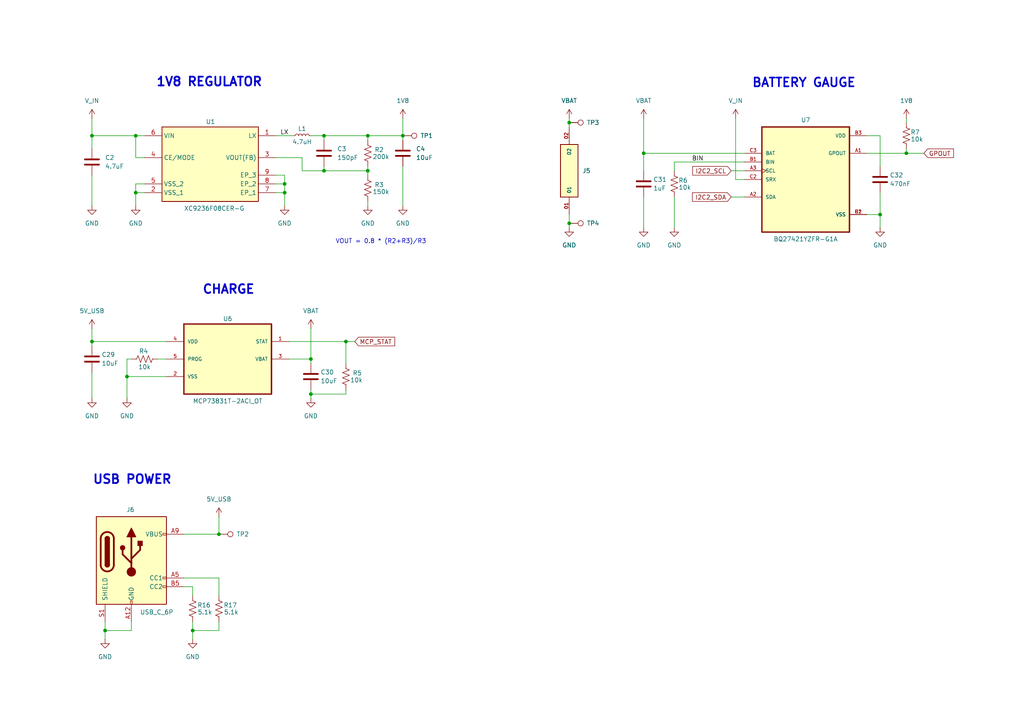
<source format=kicad_sch>
(kicad_sch
	(version 20231120)
	(generator "eeschema")
	(generator_version "8.0")
	(uuid "5f21eba8-d83d-432f-bb03-54554c40b649")
	(paper "A4")
	(lib_symbols
		(symbol "BQ27421YZFR-G1A:BQ27421YZFR-G1A"
			(pin_names
				(offset 1.016)
			)
			(exclude_from_sim no)
			(in_bom yes)
			(on_board yes)
			(property "Reference" "U"
				(at -12.7 16.24 0)
				(effects
					(font
						(size 1.27 1.27)
					)
					(justify left bottom)
				)
			)
			(property "Value" "BQ27421YZFR-G1A"
				(at -12.7 -19.24 0)
				(effects
					(font
						(size 1.27 1.27)
					)
					(justify left bottom)
				)
			)
			(property "Footprint" "BQ27421YZFR-G1A:IC_BQ27421YZFR-G1A"
				(at 0 0 0)
				(effects
					(font
						(size 1.27 1.27)
					)
					(justify bottom)
					(hide yes)
				)
			)
			(property "Datasheet" ""
				(at 0 0 0)
				(effects
					(font
						(size 1.27 1.27)
					)
					(hide yes)
				)
			)
			(property "Description" ""
				(at 0 0 0)
				(effects
					(font
						(size 1.27 1.27)
					)
					(hide yes)
				)
			)
			(property "MF" "Texas Instruments"
				(at 0 0 0)
				(effects
					(font
						(size 1.27 1.27)
					)
					(justify bottom)
					(hide yes)
				)
			)
			(property "Description_1" "\n                        \n                            System-side(tm) fuel gauge with integrated Sense Resistor | battery gas gauge\n                        \n"
				(at 0 0 0)
				(effects
					(font
						(size 1.27 1.27)
					)
					(justify bottom)
					(hide yes)
				)
			)
			(property "Package" "DSBGA-9 Texas Instruments"
				(at 0 0 0)
				(effects
					(font
						(size 1.27 1.27)
					)
					(justify bottom)
					(hide yes)
				)
			)
			(property "Price" "None"
				(at 0 0 0)
				(effects
					(font
						(size 1.27 1.27)
					)
					(justify bottom)
					(hide yes)
				)
			)
			(property "SnapEDA_Link" "https://www.snapeda.com/parts/BQ27421YZFR-G1A/Texas+Instruments/view-part/?ref=snap"
				(at 0 0 0)
				(effects
					(font
						(size 1.27 1.27)
					)
					(justify bottom)
					(hide yes)
				)
			)
			(property "MP" "BQ27421YZFR-G1A"
				(at 0 0 0)
				(effects
					(font
						(size 1.27 1.27)
					)
					(justify bottom)
					(hide yes)
				)
			)
			(property "Availability" "In Stock"
				(at 0 0 0)
				(effects
					(font
						(size 1.27 1.27)
					)
					(justify bottom)
					(hide yes)
				)
			)
			(property "Check_prices" "https://www.snapeda.com/parts/BQ27421YZFR-G1A/Texas+Instruments/view-part/?ref=eda"
				(at 0 0 0)
				(effects
					(font
						(size 1.27 1.27)
					)
					(justify bottom)
					(hide yes)
				)
			)
			(symbol "BQ27421YZFR-G1A_0_0"
				(rectangle
					(start -12.7 -15.24)
					(end 12.7 15.24)
					(stroke
						(width 0.41)
						(type default)
					)
					(fill
						(type background)
					)
				)
				(pin output line
					(at 17.78 7.62 180)
					(length 5.08)
					(name "GPOUT"
						(effects
							(font
								(size 1.016 1.016)
							)
						)
					)
					(number "A1"
						(effects
							(font
								(size 1.016 1.016)
							)
						)
					)
				)
				(pin bidirectional line
					(at -17.78 -5.08 0)
					(length 5.08)
					(name "SDA"
						(effects
							(font
								(size 1.016 1.016)
							)
						)
					)
					(number "A2"
						(effects
							(font
								(size 1.016 1.016)
							)
						)
					)
				)
				(pin input clock
					(at -17.78 2.54 0)
					(length 5.08)
					(name "SCL"
						(effects
							(font
								(size 1.016 1.016)
							)
						)
					)
					(number "A3"
						(effects
							(font
								(size 1.016 1.016)
							)
						)
					)
				)
				(pin input line
					(at -17.78 5.08 0)
					(length 5.08)
					(name "BIN"
						(effects
							(font
								(size 1.016 1.016)
							)
						)
					)
					(number "B1"
						(effects
							(font
								(size 1.016 1.016)
							)
						)
					)
				)
				(pin power_in line
					(at 17.78 -10.16 180)
					(length 5.08)
					(name "VSS"
						(effects
							(font
								(size 1.016 1.016)
							)
						)
					)
					(number "B2"
						(effects
							(font
								(size 1.016 1.016)
							)
						)
					)
				)
				(pin power_in line
					(at 17.78 12.7 180)
					(length 5.08)
					(name "VDD"
						(effects
							(font
								(size 1.016 1.016)
							)
						)
					)
					(number "B3"
						(effects
							(font
								(size 1.016 1.016)
							)
						)
					)
				)
				(pin power_in line
					(at 17.78 -10.16 180)
					(length 5.08)
					(name "VSS"
						(effects
							(font
								(size 1.016 1.016)
							)
						)
					)
					(number "C1"
						(effects
							(font
								(size 1.016 1.016)
							)
						)
					)
				)
				(pin input line
					(at -17.78 0 0)
					(length 5.08)
					(name "SRX"
						(effects
							(font
								(size 1.016 1.016)
							)
						)
					)
					(number "C2"
						(effects
							(font
								(size 1.016 1.016)
							)
						)
					)
				)
				(pin input line
					(at -17.78 7.62 0)
					(length 5.08)
					(name "BAT"
						(effects
							(font
								(size 1.016 1.016)
							)
						)
					)
					(number "C3"
						(effects
							(font
								(size 1.016 1.016)
							)
						)
					)
				)
			)
		)
		(symbol "Connector:TestPoint"
			(pin_numbers hide)
			(pin_names
				(offset 0.762) hide)
			(exclude_from_sim no)
			(in_bom yes)
			(on_board yes)
			(property "Reference" "TP"
				(at 0 6.858 0)
				(effects
					(font
						(size 1.27 1.27)
					)
				)
			)
			(property "Value" "TestPoint"
				(at 0 5.08 0)
				(effects
					(font
						(size 1.27 1.27)
					)
				)
			)
			(property "Footprint" ""
				(at 5.08 0 0)
				(effects
					(font
						(size 1.27 1.27)
					)
					(hide yes)
				)
			)
			(property "Datasheet" "~"
				(at 5.08 0 0)
				(effects
					(font
						(size 1.27 1.27)
					)
					(hide yes)
				)
			)
			(property "Description" "test point"
				(at 0 0 0)
				(effects
					(font
						(size 1.27 1.27)
					)
					(hide yes)
				)
			)
			(property "ki_keywords" "test point tp"
				(at 0 0 0)
				(effects
					(font
						(size 1.27 1.27)
					)
					(hide yes)
				)
			)
			(property "ki_fp_filters" "Pin* Test*"
				(at 0 0 0)
				(effects
					(font
						(size 1.27 1.27)
					)
					(hide yes)
				)
			)
			(symbol "TestPoint_0_1"
				(circle
					(center 0 3.302)
					(radius 0.762)
					(stroke
						(width 0)
						(type default)
					)
					(fill
						(type none)
					)
				)
			)
			(symbol "TestPoint_1_1"
				(pin passive line
					(at 0 0 90)
					(length 2.54)
					(name "1"
						(effects
							(font
								(size 1.27 1.27)
							)
						)
					)
					(number "1"
						(effects
							(font
								(size 1.27 1.27)
							)
						)
					)
				)
			)
		)
		(symbol "Connector:USB_C_Receptacle_PowerOnly_6P"
			(pin_names
				(offset 1.016)
			)
			(exclude_from_sim no)
			(in_bom yes)
			(on_board yes)
			(property "Reference" "J"
				(at 0 16.51 0)
				(effects
					(font
						(size 1.27 1.27)
					)
					(justify bottom)
				)
			)
			(property "Value" "USB_C_Receptacle_PowerOnly_6P"
				(at 0 13.97 0)
				(effects
					(font
						(size 1.27 1.27)
					)
					(justify bottom)
				)
			)
			(property "Footprint" ""
				(at 3.81 2.54 0)
				(effects
					(font
						(size 1.27 1.27)
					)
					(hide yes)
				)
			)
			(property "Datasheet" "https://www.usb.org/sites/default/files/documents/usb_type-c.zip"
				(at 0 0 0)
				(effects
					(font
						(size 1.27 1.27)
					)
					(hide yes)
				)
			)
			(property "Description" "USB Power-Only 6P Type-C Receptacle connector"
				(at 0 0 0)
				(effects
					(font
						(size 1.27 1.27)
					)
					(hide yes)
				)
			)
			(property "ki_keywords" "usb universal serial bus type-C power-only charging-only 6P 6C"
				(at 0 0 0)
				(effects
					(font
						(size 1.27 1.27)
					)
					(hide yes)
				)
			)
			(property "ki_fp_filters" "USB*C*Receptacle*"
				(at 0 0 0)
				(effects
					(font
						(size 1.27 1.27)
					)
					(hide yes)
				)
			)
			(symbol "USB_C_Receptacle_PowerOnly_6P_0_0"
				(rectangle
					(start -0.254 -12.7)
					(end 0.254 -11.684)
					(stroke
						(width 0)
						(type default)
					)
					(fill
						(type none)
					)
				)
				(rectangle
					(start 10.16 -7.366)
					(end 9.144 -7.874)
					(stroke
						(width 0)
						(type default)
					)
					(fill
						(type none)
					)
				)
				(rectangle
					(start 10.16 -4.826)
					(end 9.144 -5.334)
					(stroke
						(width 0)
						(type default)
					)
					(fill
						(type none)
					)
				)
				(rectangle
					(start 10.16 7.874)
					(end 9.144 7.366)
					(stroke
						(width 0)
						(type default)
					)
					(fill
						(type none)
					)
				)
			)
			(symbol "USB_C_Receptacle_PowerOnly_6P_0_1"
				(rectangle
					(start -10.16 12.7)
					(end 10.16 -12.7)
					(stroke
						(width 0.254)
						(type default)
					)
					(fill
						(type background)
					)
				)
				(arc
					(start -8.89 -1.27)
					(mid -6.985 -3.1667)
					(end -5.08 -1.27)
					(stroke
						(width 0.508)
						(type default)
					)
					(fill
						(type none)
					)
				)
				(arc
					(start -7.62 -1.27)
					(mid -6.985 -1.9023)
					(end -6.35 -1.27)
					(stroke
						(width 0.254)
						(type default)
					)
					(fill
						(type none)
					)
				)
				(arc
					(start -7.62 -1.27)
					(mid -6.985 -1.9023)
					(end -6.35 -1.27)
					(stroke
						(width 0.254)
						(type default)
					)
					(fill
						(type outline)
					)
				)
				(rectangle
					(start -7.62 -1.27)
					(end -6.35 6.35)
					(stroke
						(width 0.254)
						(type default)
					)
					(fill
						(type outline)
					)
				)
				(arc
					(start -6.35 6.35)
					(mid -6.985 6.9823)
					(end -7.62 6.35)
					(stroke
						(width 0.254)
						(type default)
					)
					(fill
						(type none)
					)
				)
				(arc
					(start -6.35 6.35)
					(mid -6.985 6.9823)
					(end -7.62 6.35)
					(stroke
						(width 0.254)
						(type default)
					)
					(fill
						(type outline)
					)
				)
				(arc
					(start -5.08 6.35)
					(mid -6.985 8.2467)
					(end -8.89 6.35)
					(stroke
						(width 0.508)
						(type default)
					)
					(fill
						(type none)
					)
				)
				(circle
					(center -2.54 3.683)
					(radius 0.635)
					(stroke
						(width 0.254)
						(type default)
					)
					(fill
						(type outline)
					)
				)
				(circle
					(center 0 -3.302)
					(radius 1.27)
					(stroke
						(width 0)
						(type default)
					)
					(fill
						(type outline)
					)
				)
				(polyline
					(pts
						(xy -8.89 -1.27) (xy -8.89 6.35)
					)
					(stroke
						(width 0.508)
						(type default)
					)
					(fill
						(type none)
					)
				)
				(polyline
					(pts
						(xy -5.08 6.35) (xy -5.08 -1.27)
					)
					(stroke
						(width 0.508)
						(type default)
					)
					(fill
						(type none)
					)
				)
				(polyline
					(pts
						(xy 0 -3.302) (xy 0 6.858)
					)
					(stroke
						(width 0.508)
						(type default)
					)
					(fill
						(type none)
					)
				)
				(polyline
					(pts
						(xy 0 -0.762) (xy -2.54 1.778) (xy -2.54 3.048)
					)
					(stroke
						(width 0.508)
						(type default)
					)
					(fill
						(type none)
					)
				)
				(polyline
					(pts
						(xy 0 0.508) (xy 2.54 3.048) (xy 2.54 4.318)
					)
					(stroke
						(width 0.508)
						(type default)
					)
					(fill
						(type none)
					)
				)
				(polyline
					(pts
						(xy -1.27 6.858) (xy 0 9.398) (xy 1.27 6.858) (xy -1.27 6.858)
					)
					(stroke
						(width 0.254)
						(type default)
					)
					(fill
						(type outline)
					)
				)
				(rectangle
					(start 1.905 4.318)
					(end 3.175 5.588)
					(stroke
						(width 0.254)
						(type default)
					)
					(fill
						(type outline)
					)
				)
			)
			(symbol "USB_C_Receptacle_PowerOnly_6P_1_1"
				(pin passive line
					(at 0 -17.78 90)
					(length 5.08)
					(name "GND"
						(effects
							(font
								(size 1.27 1.27)
							)
						)
					)
					(number "A12"
						(effects
							(font
								(size 1.27 1.27)
							)
						)
					)
				)
				(pin bidirectional line
					(at 15.24 -5.08 180)
					(length 5.08)
					(name "CC1"
						(effects
							(font
								(size 1.27 1.27)
							)
						)
					)
					(number "A5"
						(effects
							(font
								(size 1.27 1.27)
							)
						)
					)
				)
				(pin passive line
					(at 15.24 7.62 180)
					(length 5.08)
					(name "VBUS"
						(effects
							(font
								(size 1.27 1.27)
							)
						)
					)
					(number "A9"
						(effects
							(font
								(size 1.27 1.27)
							)
						)
					)
				)
				(pin passive line
					(at 0 -17.78 90)
					(length 5.08) hide
					(name "GND"
						(effects
							(font
								(size 1.27 1.27)
							)
						)
					)
					(number "B12"
						(effects
							(font
								(size 1.27 1.27)
							)
						)
					)
				)
				(pin bidirectional line
					(at 15.24 -7.62 180)
					(length 5.08)
					(name "CC2"
						(effects
							(font
								(size 1.27 1.27)
							)
						)
					)
					(number "B5"
						(effects
							(font
								(size 1.27 1.27)
							)
						)
					)
				)
				(pin passive line
					(at 15.24 7.62 180)
					(length 5.08) hide
					(name "VBUS"
						(effects
							(font
								(size 1.27 1.27)
							)
						)
					)
					(number "B9"
						(effects
							(font
								(size 1.27 1.27)
							)
						)
					)
				)
				(pin passive line
					(at -7.62 -17.78 90)
					(length 5.08)
					(name "SHIELD"
						(effects
							(font
								(size 1.27 1.27)
							)
						)
					)
					(number "S1"
						(effects
							(font
								(size 1.27 1.27)
							)
						)
					)
				)
			)
		)
		(symbol "Device:C"
			(pin_numbers hide)
			(pin_names
				(offset 0.254)
			)
			(exclude_from_sim no)
			(in_bom yes)
			(on_board yes)
			(property "Reference" "C"
				(at 0.635 2.54 0)
				(effects
					(font
						(size 1.27 1.27)
					)
					(justify left)
				)
			)
			(property "Value" "C"
				(at 0.635 -2.54 0)
				(effects
					(font
						(size 1.27 1.27)
					)
					(justify left)
				)
			)
			(property "Footprint" ""
				(at 0.9652 -3.81 0)
				(effects
					(font
						(size 1.27 1.27)
					)
					(hide yes)
				)
			)
			(property "Datasheet" "~"
				(at 0 0 0)
				(effects
					(font
						(size 1.27 1.27)
					)
					(hide yes)
				)
			)
			(property "Description" "Unpolarized capacitor"
				(at 0 0 0)
				(effects
					(font
						(size 1.27 1.27)
					)
					(hide yes)
				)
			)
			(property "ki_keywords" "cap capacitor"
				(at 0 0 0)
				(effects
					(font
						(size 1.27 1.27)
					)
					(hide yes)
				)
			)
			(property "ki_fp_filters" "C_*"
				(at 0 0 0)
				(effects
					(font
						(size 1.27 1.27)
					)
					(hide yes)
				)
			)
			(symbol "C_0_1"
				(polyline
					(pts
						(xy -2.032 -0.762) (xy 2.032 -0.762)
					)
					(stroke
						(width 0.508)
						(type default)
					)
					(fill
						(type none)
					)
				)
				(polyline
					(pts
						(xy -2.032 0.762) (xy 2.032 0.762)
					)
					(stroke
						(width 0.508)
						(type default)
					)
					(fill
						(type none)
					)
				)
			)
			(symbol "C_1_1"
				(pin passive line
					(at 0 3.81 270)
					(length 2.794)
					(name "~"
						(effects
							(font
								(size 1.27 1.27)
							)
						)
					)
					(number "1"
						(effects
							(font
								(size 1.27 1.27)
							)
						)
					)
				)
				(pin passive line
					(at 0 -3.81 90)
					(length 2.794)
					(name "~"
						(effects
							(font
								(size 1.27 1.27)
							)
						)
					)
					(number "2"
						(effects
							(font
								(size 1.27 1.27)
							)
						)
					)
				)
			)
		)
		(symbol "Device:L_Small"
			(pin_numbers hide)
			(pin_names
				(offset 0.254) hide)
			(exclude_from_sim no)
			(in_bom yes)
			(on_board yes)
			(property "Reference" "L"
				(at 0.762 1.016 0)
				(effects
					(font
						(size 1.27 1.27)
					)
					(justify left)
				)
			)
			(property "Value" "L_Small"
				(at 0.762 -1.016 0)
				(effects
					(font
						(size 1.27 1.27)
					)
					(justify left)
				)
			)
			(property "Footprint" ""
				(at 0 0 0)
				(effects
					(font
						(size 1.27 1.27)
					)
					(hide yes)
				)
			)
			(property "Datasheet" "~"
				(at 0 0 0)
				(effects
					(font
						(size 1.27 1.27)
					)
					(hide yes)
				)
			)
			(property "Description" "Inductor, small symbol"
				(at 0 0 0)
				(effects
					(font
						(size 1.27 1.27)
					)
					(hide yes)
				)
			)
			(property "ki_keywords" "inductor choke coil reactor magnetic"
				(at 0 0 0)
				(effects
					(font
						(size 1.27 1.27)
					)
					(hide yes)
				)
			)
			(property "ki_fp_filters" "Choke_* *Coil* Inductor_* L_*"
				(at 0 0 0)
				(effects
					(font
						(size 1.27 1.27)
					)
					(hide yes)
				)
			)
			(symbol "L_Small_0_1"
				(arc
					(start 0 -2.032)
					(mid 0.5058 -1.524)
					(end 0 -1.016)
					(stroke
						(width 0)
						(type default)
					)
					(fill
						(type none)
					)
				)
				(arc
					(start 0 -1.016)
					(mid 0.5058 -0.508)
					(end 0 0)
					(stroke
						(width 0)
						(type default)
					)
					(fill
						(type none)
					)
				)
				(arc
					(start 0 0)
					(mid 0.5058 0.508)
					(end 0 1.016)
					(stroke
						(width 0)
						(type default)
					)
					(fill
						(type none)
					)
				)
				(arc
					(start 0 1.016)
					(mid 0.5058 1.524)
					(end 0 2.032)
					(stroke
						(width 0)
						(type default)
					)
					(fill
						(type none)
					)
				)
			)
			(symbol "L_Small_1_1"
				(pin passive line
					(at 0 2.54 270)
					(length 0.508)
					(name "~"
						(effects
							(font
								(size 1.27 1.27)
							)
						)
					)
					(number "1"
						(effects
							(font
								(size 1.27 1.27)
							)
						)
					)
				)
				(pin passive line
					(at 0 -2.54 90)
					(length 0.508)
					(name "~"
						(effects
							(font
								(size 1.27 1.27)
							)
						)
					)
					(number "2"
						(effects
							(font
								(size 1.27 1.27)
							)
						)
					)
				)
			)
		)
		(symbol "Device:R_US"
			(pin_numbers hide)
			(pin_names
				(offset 0)
			)
			(exclude_from_sim no)
			(in_bom yes)
			(on_board yes)
			(property "Reference" "R"
				(at 2.54 0 90)
				(effects
					(font
						(size 1.27 1.27)
					)
				)
			)
			(property "Value" "R_US"
				(at -2.54 0 90)
				(effects
					(font
						(size 1.27 1.27)
					)
				)
			)
			(property "Footprint" ""
				(at 1.016 -0.254 90)
				(effects
					(font
						(size 1.27 1.27)
					)
					(hide yes)
				)
			)
			(property "Datasheet" "~"
				(at 0 0 0)
				(effects
					(font
						(size 1.27 1.27)
					)
					(hide yes)
				)
			)
			(property "Description" "Resistor, US symbol"
				(at 0 0 0)
				(effects
					(font
						(size 1.27 1.27)
					)
					(hide yes)
				)
			)
			(property "ki_keywords" "R res resistor"
				(at 0 0 0)
				(effects
					(font
						(size 1.27 1.27)
					)
					(hide yes)
				)
			)
			(property "ki_fp_filters" "R_*"
				(at 0 0 0)
				(effects
					(font
						(size 1.27 1.27)
					)
					(hide yes)
				)
			)
			(symbol "R_US_0_1"
				(polyline
					(pts
						(xy 0 -2.286) (xy 0 -2.54)
					)
					(stroke
						(width 0)
						(type default)
					)
					(fill
						(type none)
					)
				)
				(polyline
					(pts
						(xy 0 2.286) (xy 0 2.54)
					)
					(stroke
						(width 0)
						(type default)
					)
					(fill
						(type none)
					)
				)
				(polyline
					(pts
						(xy 0 -0.762) (xy 1.016 -1.143) (xy 0 -1.524) (xy -1.016 -1.905) (xy 0 -2.286)
					)
					(stroke
						(width 0)
						(type default)
					)
					(fill
						(type none)
					)
				)
				(polyline
					(pts
						(xy 0 0.762) (xy 1.016 0.381) (xy 0 0) (xy -1.016 -0.381) (xy 0 -0.762)
					)
					(stroke
						(width 0)
						(type default)
					)
					(fill
						(type none)
					)
				)
				(polyline
					(pts
						(xy 0 2.286) (xy 1.016 1.905) (xy 0 1.524) (xy -1.016 1.143) (xy 0 0.762)
					)
					(stroke
						(width 0)
						(type default)
					)
					(fill
						(type none)
					)
				)
			)
			(symbol "R_US_1_1"
				(pin passive line
					(at 0 3.81 270)
					(length 1.27)
					(name "~"
						(effects
							(font
								(size 1.27 1.27)
							)
						)
					)
					(number "1"
						(effects
							(font
								(size 1.27 1.27)
							)
						)
					)
				)
				(pin passive line
					(at 0 -3.81 90)
					(length 1.27)
					(name "~"
						(effects
							(font
								(size 1.27 1.27)
							)
						)
					)
					(number "2"
						(effects
							(font
								(size 1.27 1.27)
							)
						)
					)
				)
			)
		)
		(symbol "MCP73831T-2ACI_OT:MCP73831T-2ACI_OT"
			(pin_names
				(offset 1.016)
			)
			(exclude_from_sim no)
			(in_bom yes)
			(on_board yes)
			(property "Reference" "U"
				(at -4.1227 10.0778 0)
				(effects
					(font
						(size 1.27 1.27)
					)
					(justify left bottom)
				)
			)
			(property "Value" "MCP73831T-2ACI_OT"
				(at -5.9526 -17.1963 0)
				(effects
					(font
						(size 1.27 1.27)
					)
					(justify left bottom)
				)
			)
			(property "Footprint" "MCP73831T-2ACI_OT:SOT95P280X145-5N"
				(at 0 0 0)
				(effects
					(font
						(size 1.27 1.27)
					)
					(justify bottom)
					(hide yes)
				)
			)
			(property "Datasheet" ""
				(at 0 0 0)
				(effects
					(font
						(size 1.27 1.27)
					)
					(hide yes)
				)
			)
			(property "Description" ""
				(at 0 0 0)
				(effects
					(font
						(size 1.27 1.27)
					)
					(hide yes)
				)
			)
			(property "MF" "Microchip"
				(at 0 0 0)
				(effects
					(font
						(size 1.27 1.27)
					)
					(justify bottom)
					(hide yes)
				)
			)
			(property "Description_1" "\n                        \n                            TINY INTEGRATED LI-ION/LI-POLY CHARGE MGNT CONTROLLER, 4.2V VREG | Microchip Technology Inc. MCP73831T-2ACI/OT\n                        \n"
				(at 0 0 0)
				(effects
					(font
						(size 1.27 1.27)
					)
					(justify bottom)
					(hide yes)
				)
			)
			(property "PACKAGE" "SOT-5"
				(at 0 0 0)
				(effects
					(font
						(size 1.27 1.27)
					)
					(justify bottom)
					(hide yes)
				)
			)
			(property "MPN" "MCP73831T-2ACI/OT"
				(at 0 0 0)
				(effects
					(font
						(size 1.27 1.27)
					)
					(justify bottom)
					(hide yes)
				)
			)
			(property "Price" "None"
				(at 0 0 0)
				(effects
					(font
						(size 1.27 1.27)
					)
					(justify bottom)
					(hide yes)
				)
			)
			(property "Package" "SOT-23 Microchip"
				(at 0 0 0)
				(effects
					(font
						(size 1.27 1.27)
					)
					(justify bottom)
					(hide yes)
				)
			)
			(property "OC_FARNELL" "1332158"
				(at 0 0 0)
				(effects
					(font
						(size 1.27 1.27)
					)
					(justify bottom)
					(hide yes)
				)
			)
			(property "SnapEDA_Link" "https://www.snapeda.com/parts/MCP73831T-2ACI/OT/Microchip/view-part/?ref=snap"
				(at 0 0 0)
				(effects
					(font
						(size 1.27 1.27)
					)
					(justify bottom)
					(hide yes)
				)
			)
			(property "MP" "MCP73831T-2ACI/OT"
				(at 0 0 0)
				(effects
					(font
						(size 1.27 1.27)
					)
					(justify bottom)
					(hide yes)
				)
			)
			(property "SUPPLIER" "Microchip"
				(at 0 0 0)
				(effects
					(font
						(size 1.27 1.27)
					)
					(justify bottom)
					(hide yes)
				)
			)
			(property "OC_NEWARK" "56K7045"
				(at 0 0 0)
				(effects
					(font
						(size 1.27 1.27)
					)
					(justify bottom)
					(hide yes)
				)
			)
			(property "Availability" "In Stock"
				(at 0 0 0)
				(effects
					(font
						(size 1.27 1.27)
					)
					(justify bottom)
					(hide yes)
				)
			)
			(property "Check_prices" "https://www.snapeda.com/parts/MCP73831T-2ACI/OT/Microchip/view-part/?ref=eda"
				(at 0 0 0)
				(effects
					(font
						(size 1.27 1.27)
					)
					(justify bottom)
					(hide yes)
				)
			)
			(symbol "MCP73831T-2ACI_OT_0_0"
				(rectangle
					(start -12.7 -12.7)
					(end 12.7 7.62)
					(stroke
						(width 0.4064)
						(type default)
					)
					(fill
						(type background)
					)
				)
				(pin output line
					(at 17.78 2.54 180)
					(length 5.08)
					(name "STAT"
						(effects
							(font
								(size 1.016 1.016)
							)
						)
					)
					(number "1"
						(effects
							(font
								(size 1.016 1.016)
							)
						)
					)
				)
				(pin power_in line
					(at -17.78 -7.62 0)
					(length 5.08)
					(name "VSS"
						(effects
							(font
								(size 1.016 1.016)
							)
						)
					)
					(number "2"
						(effects
							(font
								(size 1.016 1.016)
							)
						)
					)
				)
				(pin output line
					(at 17.78 -2.54 180)
					(length 5.08)
					(name "VBAT"
						(effects
							(font
								(size 1.016 1.016)
							)
						)
					)
					(number "3"
						(effects
							(font
								(size 1.016 1.016)
							)
						)
					)
				)
				(pin power_in line
					(at -17.78 2.54 0)
					(length 5.08)
					(name "VDD"
						(effects
							(font
								(size 1.016 1.016)
							)
						)
					)
					(number "4"
						(effects
							(font
								(size 1.016 1.016)
							)
						)
					)
				)
				(pin input line
					(at -17.78 -2.54 0)
					(length 5.08)
					(name "PROG"
						(effects
							(font
								(size 1.016 1.016)
							)
						)
					)
					(number "5"
						(effects
							(font
								(size 1.016 1.016)
							)
						)
					)
				)
			)
		)
		(symbol "MTSW-101-X-X-D-X:MTSW-101-X-X-D-X"
			(pin_names
				(offset 1.016)
			)
			(exclude_from_sim no)
			(in_bom yes)
			(on_board yes)
			(property "Reference" "J"
				(at -7.62 3.175 0)
				(effects
					(font
						(size 1.27 1.27)
					)
					(justify left bottom)
				)
			)
			(property "Value" "MTSW-101-X-X-D-X"
				(at -7.62 -5.08 0)
				(effects
					(font
						(size 1.27 1.27)
					)
					(justify left bottom)
				)
			)
			(property "Footprint" "MTSW-101-X-X-D-X:SAMTEC_MTSW-101-X-X-D-X"
				(at 0 0 0)
				(effects
					(font
						(size 1.27 1.27)
					)
					(justify bottom)
					(hide yes)
				)
			)
			(property "Datasheet" ""
				(at 0 0 0)
				(effects
					(font
						(size 1.27 1.27)
					)
					(hide yes)
				)
			)
			(property "Description" ""
				(at 0 0 0)
				(effects
					(font
						(size 1.27 1.27)
					)
					(hide yes)
				)
			)
			(property "MF" "Samtec"
				(at 0 0 0)
				(effects
					(font
						(size 1.27 1.27)
					)
					(justify bottom)
					(hide yes)
				)
			)
			(property "Description_1" "\n                        \n                            Connector Header Through Hole 2 position\n                        \n"
				(at 0 0 0)
				(effects
					(font
						(size 1.27 1.27)
					)
					(justify bottom)
					(hide yes)
				)
			)
			(property "Package" "None"
				(at 0 0 0)
				(effects
					(font
						(size 1.27 1.27)
					)
					(justify bottom)
					(hide yes)
				)
			)
			(property "Price" "None"
				(at 0 0 0)
				(effects
					(font
						(size 1.27 1.27)
					)
					(justify bottom)
					(hide yes)
				)
			)
			(property "Check_prices" "https://www.snapeda.com/parts/MTSW-101-08-S-D-318/Samtec/view-part/?ref=eda"
				(at 0 0 0)
				(effects
					(font
						(size 1.27 1.27)
					)
					(justify bottom)
					(hide yes)
				)
			)
			(property "STANDARD" "Manufacturer recommendations"
				(at 0 0 0)
				(effects
					(font
						(size 1.27 1.27)
					)
					(justify bottom)
					(hide yes)
				)
			)
			(property "PARTREV" "A"
				(at 0 0 0)
				(effects
					(font
						(size 1.27 1.27)
					)
					(justify bottom)
					(hide yes)
				)
			)
			(property "SnapEDA_Link" "https://www.snapeda.com/parts/MTSW-101-08-S-D-318/Samtec/view-part/?ref=snap"
				(at 0 0 0)
				(effects
					(font
						(size 1.27 1.27)
					)
					(justify bottom)
					(hide yes)
				)
			)
			(property "MP" "MTSW-101-08-S-D-318"
				(at 0 0 0)
				(effects
					(font
						(size 1.27 1.27)
					)
					(justify bottom)
					(hide yes)
				)
			)
			(property "Availability" "In Stock"
				(at 0 0 0)
				(effects
					(font
						(size 1.27 1.27)
					)
					(justify bottom)
					(hide yes)
				)
			)
			(property "MANUFACTURER" "Samtec"
				(at 0 0 0)
				(effects
					(font
						(size 1.27 1.27)
					)
					(justify bottom)
					(hide yes)
				)
			)
			(symbol "MTSW-101-X-X-D-X_0_0"
				(rectangle
					(start -7.62 -2.54)
					(end 7.62 2.54)
					(stroke
						(width 0.254)
						(type default)
					)
					(fill
						(type background)
					)
				)
				(pin passive line
					(at -12.7 0 0)
					(length 5.08)
					(name "01"
						(effects
							(font
								(size 1.016 1.016)
							)
						)
					)
					(number "01"
						(effects
							(font
								(size 1.016 1.016)
							)
						)
					)
				)
				(pin passive line
					(at 12.7 0 180)
					(length 5.08)
					(name "02"
						(effects
							(font
								(size 1.016 1.016)
							)
						)
					)
					(number "02"
						(effects
							(font
								(size 1.016 1.016)
							)
						)
					)
				)
			)
		)
		(symbol "XC9236F08CER-G:XC9236F08CER-G"
			(exclude_from_sim no)
			(in_bom yes)
			(on_board yes)
			(property "Reference" "IC2"
				(at 19.9741 -17.78 0)
				(effects
					(font
						(size 1.27 1.27)
					)
					(justify left)
				)
			)
			(property "Value" "XC9236F08CER-G"
				(at 19.9741 -20.32 0)
				(effects
					(font
						(size 1.27 1.27)
					)
					(justify left)
				)
			)
			(property "Footprint" "XC9236F08CERG"
				(at 34.29 -87.3 0)
				(effects
					(font
						(size 1.27 1.27)
					)
					(justify left top)
					(hide yes)
				)
			)
			(property "Datasheet" "https://www.torexsemi.com/file/xc9235/XC9235-XC9236-XC9237.pdf"
				(at 34.29 -187.3 0)
				(effects
					(font
						(size 1.27 1.27)
					)
					(justify left top)
					(hide yes)
				)
			)
			(property "Description" "Switching Voltage Regulators 600mA Synchronous Step-Down DCDC Converter"
				(at 0 0 0)
				(effects
					(font
						(size 1.27 1.27)
					)
					(hide yes)
				)
			)
			(property "Height" "0.6"
				(at 34.29 -387.3 0)
				(effects
					(font
						(size 1.27 1.27)
					)
					(justify left top)
					(hide yes)
				)
			)
			(property "Mouser Part Number" "865-XC9236F08CER-G"
				(at 34.29 -487.3 0)
				(effects
					(font
						(size 1.27 1.27)
					)
					(justify left top)
					(hide yes)
				)
			)
			(property "Mouser Price/Stock" "https://www.mouser.co.uk/ProductDetail/Torex-Semiconductor/XC9236F08CER-G?qs=AsjdqWjXhJ%2FIYpgXswVPgA%3D%3D"
				(at 34.29 -587.3 0)
				(effects
					(font
						(size 1.27 1.27)
					)
					(justify left top)
					(hide yes)
				)
			)
			(property "Manufacturer_Name" "Torex"
				(at 34.29 -687.3 0)
				(effects
					(font
						(size 1.27 1.27)
					)
					(justify left top)
					(hide yes)
				)
			)
			(property "Manufacturer_Part_Number" "XC9236F08CER-G"
				(at 34.29 -787.3 0)
				(effects
					(font
						(size 1.27 1.27)
					)
					(justify left top)
					(hide yes)
				)
			)
			(symbol "XC9236F08CER-G_1_1"
				(rectangle
					(start 5.08 6.35)
					(end 33.02 -15.24)
					(stroke
						(width 0.254)
						(type default)
					)
					(fill
						(type background)
					)
				)
				(pin passive line
					(at 38.1 3.81 180)
					(length 5.08)
					(name "LX"
						(effects
							(font
								(size 1.27 1.27)
							)
						)
					)
					(number "1"
						(effects
							(font
								(size 1.27 1.27)
							)
						)
					)
				)
				(pin passive line
					(at 0 -12.7 0)
					(length 5.08)
					(name "VSS_1"
						(effects
							(font
								(size 1.27 1.27)
							)
						)
					)
					(number "2"
						(effects
							(font
								(size 1.27 1.27)
							)
						)
					)
				)
				(pin passive line
					(at 38.1 -2.54 180)
					(length 5.08)
					(name "VOUT(FB)"
						(effects
							(font
								(size 1.27 1.27)
							)
						)
					)
					(number "3"
						(effects
							(font
								(size 1.27 1.27)
							)
						)
					)
				)
				(pin passive line
					(at 0 -2.54 0)
					(length 5.08)
					(name "CE/MODE"
						(effects
							(font
								(size 1.27 1.27)
							)
						)
					)
					(number "4"
						(effects
							(font
								(size 1.27 1.27)
							)
						)
					)
				)
				(pin passive line
					(at 0 -10.16 0)
					(length 5.08)
					(name "VSS_2"
						(effects
							(font
								(size 1.27 1.27)
							)
						)
					)
					(number "5"
						(effects
							(font
								(size 1.27 1.27)
							)
						)
					)
				)
				(pin passive line
					(at 0 3.81 0)
					(length 5.08)
					(name "VIN"
						(effects
							(font
								(size 1.27 1.27)
							)
						)
					)
					(number "6"
						(effects
							(font
								(size 1.27 1.27)
							)
						)
					)
				)
				(pin passive line
					(at 38.1 -12.7 180)
					(length 5.08)
					(name "EP_1"
						(effects
							(font
								(size 1.27 1.27)
							)
						)
					)
					(number "7"
						(effects
							(font
								(size 1.27 1.27)
							)
						)
					)
				)
				(pin passive line
					(at 38.1 -10.16 180)
					(length 5.08)
					(name "EP_2"
						(effects
							(font
								(size 1.27 1.27)
							)
						)
					)
					(number "8"
						(effects
							(font
								(size 1.27 1.27)
							)
						)
					)
				)
				(pin passive line
					(at 38.1 -7.62 180)
					(length 5.08)
					(name "EP_3"
						(effects
							(font
								(size 1.27 1.27)
							)
						)
					)
					(number "9"
						(effects
							(font
								(size 1.27 1.27)
							)
						)
					)
				)
			)
		)
		(symbol "power:+1V8"
			(power)
			(pin_numbers hide)
			(pin_names
				(offset 0) hide)
			(exclude_from_sim no)
			(in_bom yes)
			(on_board yes)
			(property "Reference" "#PWR"
				(at 0 -3.81 0)
				(effects
					(font
						(size 1.27 1.27)
					)
					(hide yes)
				)
			)
			(property "Value" "+1V8"
				(at 0 3.556 0)
				(effects
					(font
						(size 1.27 1.27)
					)
				)
			)
			(property "Footprint" ""
				(at 0 0 0)
				(effects
					(font
						(size 1.27 1.27)
					)
					(hide yes)
				)
			)
			(property "Datasheet" ""
				(at 0 0 0)
				(effects
					(font
						(size 1.27 1.27)
					)
					(hide yes)
				)
			)
			(property "Description" "Power symbol creates a global label with name \"+1V8\""
				(at 0 0 0)
				(effects
					(font
						(size 1.27 1.27)
					)
					(hide yes)
				)
			)
			(property "ki_keywords" "global power"
				(at 0 0 0)
				(effects
					(font
						(size 1.27 1.27)
					)
					(hide yes)
				)
			)
			(symbol "+1V8_0_1"
				(polyline
					(pts
						(xy -0.762 1.27) (xy 0 2.54)
					)
					(stroke
						(width 0)
						(type default)
					)
					(fill
						(type none)
					)
				)
				(polyline
					(pts
						(xy 0 0) (xy 0 2.54)
					)
					(stroke
						(width 0)
						(type default)
					)
					(fill
						(type none)
					)
				)
				(polyline
					(pts
						(xy 0 2.54) (xy 0.762 1.27)
					)
					(stroke
						(width 0)
						(type default)
					)
					(fill
						(type none)
					)
				)
			)
			(symbol "+1V8_1_1"
				(pin power_in line
					(at 0 0 90)
					(length 0)
					(name "~"
						(effects
							(font
								(size 1.27 1.27)
							)
						)
					)
					(number "1"
						(effects
							(font
								(size 1.27 1.27)
							)
						)
					)
				)
			)
		)
		(symbol "power:GND"
			(power)
			(pin_numbers hide)
			(pin_names
				(offset 0) hide)
			(exclude_from_sim no)
			(in_bom yes)
			(on_board yes)
			(property "Reference" "#PWR"
				(at 0 -6.35 0)
				(effects
					(font
						(size 1.27 1.27)
					)
					(hide yes)
				)
			)
			(property "Value" "GND"
				(at 0 -3.81 0)
				(effects
					(font
						(size 1.27 1.27)
					)
				)
			)
			(property "Footprint" ""
				(at 0 0 0)
				(effects
					(font
						(size 1.27 1.27)
					)
					(hide yes)
				)
			)
			(property "Datasheet" ""
				(at 0 0 0)
				(effects
					(font
						(size 1.27 1.27)
					)
					(hide yes)
				)
			)
			(property "Description" "Power symbol creates a global label with name \"GND\" , ground"
				(at 0 0 0)
				(effects
					(font
						(size 1.27 1.27)
					)
					(hide yes)
				)
			)
			(property "ki_keywords" "global power"
				(at 0 0 0)
				(effects
					(font
						(size 1.27 1.27)
					)
					(hide yes)
				)
			)
			(symbol "GND_0_1"
				(polyline
					(pts
						(xy 0 0) (xy 0 -1.27) (xy 1.27 -1.27) (xy 0 -2.54) (xy -1.27 -1.27) (xy 0 -1.27)
					)
					(stroke
						(width 0)
						(type default)
					)
					(fill
						(type none)
					)
				)
			)
			(symbol "GND_1_1"
				(pin power_in line
					(at 0 0 270)
					(length 0)
					(name "~"
						(effects
							(font
								(size 1.27 1.27)
							)
						)
					)
					(number "1"
						(effects
							(font
								(size 1.27 1.27)
							)
						)
					)
				)
			)
		)
	)
	(junction
		(at 100.33 99.06)
		(diameter 0)
		(color 0 0 0 0)
		(uuid "08b0013e-b267-4b69-b859-c377b6c50ded")
	)
	(junction
		(at 90.17 104.14)
		(diameter 0)
		(color 0 0 0 0)
		(uuid "1fc3cb09-0503-4d7a-a589-ca68fb3184d7")
	)
	(junction
		(at 165.1 35.56)
		(diameter 0)
		(color 0 0 0 0)
		(uuid "29090126-e29e-4630-b8c6-c0f1b6a09c10")
	)
	(junction
		(at 93.98 49.53)
		(diameter 0)
		(color 0 0 0 0)
		(uuid "331ba037-3db7-4f05-9552-85a7e3743995")
	)
	(junction
		(at 82.55 55.88)
		(diameter 0)
		(color 0 0 0 0)
		(uuid "582db620-3024-4de4-9f31-754b2ebf7ed8")
	)
	(junction
		(at 255.27 62.23)
		(diameter 0)
		(color 0 0 0 0)
		(uuid "58dfd2e9-f0b5-42a7-a8f7-1d1aae3d2121")
	)
	(junction
		(at 93.98 39.37)
		(diameter 0)
		(color 0 0 0 0)
		(uuid "63201849-8bce-43cc-8eac-b98cdeb957ec")
	)
	(junction
		(at 30.48 182.88)
		(diameter 0)
		(color 0 0 0 0)
		(uuid "6bad9fc7-735c-41f0-9c82-db8c67d2e351")
	)
	(junction
		(at 55.88 182.88)
		(diameter 0)
		(color 0 0 0 0)
		(uuid "8f951e90-567d-4690-94bd-4bdba4c73e27")
	)
	(junction
		(at 262.89 44.45)
		(diameter 0)
		(color 0 0 0 0)
		(uuid "92033777-6a1b-4de2-af18-982e16dd404d")
	)
	(junction
		(at 106.68 49.53)
		(diameter 0)
		(color 0 0 0 0)
		(uuid "9871e2d4-3730-4b5a-a835-bc70790be0ab")
	)
	(junction
		(at 26.67 99.06)
		(diameter 0)
		(color 0 0 0 0)
		(uuid "9914c618-2764-4bdc-9539-e0fad0181a59")
	)
	(junction
		(at 63.5 154.94)
		(diameter 0)
		(color 0 0 0 0)
		(uuid "ad8f17be-0c22-47eb-95cb-bb4be787a0aa")
	)
	(junction
		(at 90.17 114.3)
		(diameter 0)
		(color 0 0 0 0)
		(uuid "b00d36ed-567c-4031-b8e9-e6c66b3af598")
	)
	(junction
		(at 116.84 39.37)
		(diameter 0)
		(color 0 0 0 0)
		(uuid "b3e03f3c-954b-4f13-8c17-65dcc22f6b49")
	)
	(junction
		(at 106.68 39.37)
		(diameter 0)
		(color 0 0 0 0)
		(uuid "b410d413-d601-43b2-be45-b5e7a7c33871")
	)
	(junction
		(at 165.1 64.77)
		(diameter 0)
		(color 0 0 0 0)
		(uuid "bc48fba7-90f7-43ba-bc78-db77f207e922")
	)
	(junction
		(at 26.67 39.37)
		(diameter 0)
		(color 0 0 0 0)
		(uuid "bda0bec7-50ee-4a1c-945b-88e86287938f")
	)
	(junction
		(at 82.55 53.34)
		(diameter 0)
		(color 0 0 0 0)
		(uuid "c774aceb-fde7-4a9b-8922-1cc4a914a6ee")
	)
	(junction
		(at 186.69 44.45)
		(diameter 0)
		(color 0 0 0 0)
		(uuid "d07a7ac7-1408-42a3-90d5-cd13b01d05d1")
	)
	(junction
		(at 39.37 55.88)
		(diameter 0)
		(color 0 0 0 0)
		(uuid "e6b5d6f9-c7e1-4846-a869-9037442a6db5")
	)
	(junction
		(at 36.83 109.22)
		(diameter 0)
		(color 0 0 0 0)
		(uuid "f4dd23d2-5dd7-4663-a40f-a2ed7100cec0")
	)
	(junction
		(at 39.37 39.37)
		(diameter 0)
		(color 0 0 0 0)
		(uuid "f6522a96-a725-4430-acd0-0ad11ed8b46b")
	)
	(wire
		(pts
			(xy 116.84 34.29) (xy 116.84 39.37)
		)
		(stroke
			(width 0)
			(type default)
		)
		(uuid "031716f8-4d9c-427e-8d36-4f411f26a51d")
	)
	(wire
		(pts
			(xy 93.98 39.37) (xy 93.98 40.64)
		)
		(stroke
			(width 0)
			(type default)
		)
		(uuid "03e82aa3-fbd5-44e8-9873-1760960be4d5")
	)
	(wire
		(pts
			(xy 212.09 57.15) (xy 215.9 57.15)
		)
		(stroke
			(width 0)
			(type default)
		)
		(uuid "07ef9e62-43a2-42c9-ba62-a48664c7bc11")
	)
	(wire
		(pts
			(xy 195.58 46.99) (xy 215.9 46.99)
		)
		(stroke
			(width 0)
			(type default)
		)
		(uuid "088996ed-5822-457e-8df7-060949880597")
	)
	(wire
		(pts
			(xy 41.91 45.72) (xy 39.37 45.72)
		)
		(stroke
			(width 0)
			(type default)
		)
		(uuid "095df72d-6a1f-4fa5-84a1-ce6d47842bce")
	)
	(wire
		(pts
			(xy 82.55 53.34) (xy 82.55 55.88)
		)
		(stroke
			(width 0)
			(type default)
		)
		(uuid "0c2b824f-73ed-4c93-9914-5b497a455a7f")
	)
	(wire
		(pts
			(xy 186.69 44.45) (xy 186.69 49.53)
		)
		(stroke
			(width 0)
			(type default)
		)
		(uuid "0d775886-c8f3-43f5-b340-cf24452d21b6")
	)
	(wire
		(pts
			(xy 165.1 35.56) (xy 165.1 36.83)
		)
		(stroke
			(width 0)
			(type default)
		)
		(uuid "0f6132db-78fe-4937-a860-330d073c5ece")
	)
	(wire
		(pts
			(xy 26.67 95.25) (xy 26.67 99.06)
		)
		(stroke
			(width 0)
			(type default)
		)
		(uuid "0f6922cb-0ba4-4a4e-b2ba-9ec8ad9f674e")
	)
	(wire
		(pts
			(xy 251.46 44.45) (xy 262.89 44.45)
		)
		(stroke
			(width 0)
			(type default)
		)
		(uuid "12bf1b7c-b459-429d-b09f-6199bdfafb74")
	)
	(wire
		(pts
			(xy 106.68 58.42) (xy 106.68 59.69)
		)
		(stroke
			(width 0)
			(type default)
		)
		(uuid "1383426c-bdca-45f5-8348-ec8dd31bd1c3")
	)
	(wire
		(pts
			(xy 30.48 180.34) (xy 30.48 182.88)
		)
		(stroke
			(width 0)
			(type default)
		)
		(uuid "150b7e10-f35a-4bbf-a00e-fbaeb0c0c4bf")
	)
	(wire
		(pts
			(xy 80.01 50.8) (xy 82.55 50.8)
		)
		(stroke
			(width 0)
			(type default)
		)
		(uuid "164986bb-dd69-4e87-bb69-47b6f1822a7b")
	)
	(wire
		(pts
			(xy 63.5 180.34) (xy 63.5 182.88)
		)
		(stroke
			(width 0)
			(type default)
		)
		(uuid "18682e41-1b74-4e20-9fab-ffaf5af5bedf")
	)
	(wire
		(pts
			(xy 36.83 109.22) (xy 48.26 109.22)
		)
		(stroke
			(width 0)
			(type default)
		)
		(uuid "199daf32-e3f1-4a16-af78-d0e6b2a05f5a")
	)
	(wire
		(pts
			(xy 55.88 180.34) (xy 55.88 182.88)
		)
		(stroke
			(width 0)
			(type default)
		)
		(uuid "1bca9db8-5c42-4306-b7e7-c60d133ba00e")
	)
	(wire
		(pts
			(xy 38.1 104.14) (xy 36.83 104.14)
		)
		(stroke
			(width 0)
			(type default)
		)
		(uuid "23d947b1-ee9c-439f-9cb4-9e6704f88c4f")
	)
	(wire
		(pts
			(xy 186.69 44.45) (xy 215.9 44.45)
		)
		(stroke
			(width 0)
			(type default)
		)
		(uuid "2a4afa40-6d3c-4bf8-a907-f3b6261cecca")
	)
	(wire
		(pts
			(xy 106.68 39.37) (xy 93.98 39.37)
		)
		(stroke
			(width 0)
			(type default)
		)
		(uuid "2c6d4797-e8af-46cb-b32f-f8b1bc7805a7")
	)
	(wire
		(pts
			(xy 186.69 34.29) (xy 186.69 44.45)
		)
		(stroke
			(width 0)
			(type default)
		)
		(uuid "2f85dc68-941b-4f99-b655-22af605b1c41")
	)
	(wire
		(pts
			(xy 262.89 34.29) (xy 262.89 35.56)
		)
		(stroke
			(width 0)
			(type default)
		)
		(uuid "31cbd32d-1464-41c3-8b2b-a4373742ffe9")
	)
	(wire
		(pts
			(xy 90.17 95.25) (xy 90.17 104.14)
		)
		(stroke
			(width 0)
			(type default)
		)
		(uuid "31e143d6-8061-46f2-b40d-7004a0bf9dd7")
	)
	(wire
		(pts
			(xy 55.88 170.18) (xy 55.88 172.72)
		)
		(stroke
			(width 0)
			(type default)
		)
		(uuid "35085dfc-0185-428a-90b6-67c05f74d4e1")
	)
	(wire
		(pts
			(xy 39.37 39.37) (xy 26.67 39.37)
		)
		(stroke
			(width 0)
			(type default)
		)
		(uuid "4006fec1-9535-4e26-a180-f2a0480e22d8")
	)
	(wire
		(pts
			(xy 90.17 104.14) (xy 90.17 105.41)
		)
		(stroke
			(width 0)
			(type default)
		)
		(uuid "4077381d-d407-4a76-8ca9-69fb2ddb0dce")
	)
	(wire
		(pts
			(xy 82.55 50.8) (xy 82.55 53.34)
		)
		(stroke
			(width 0)
			(type default)
		)
		(uuid "40c38214-1a48-4dfd-8d90-fc6568151663")
	)
	(wire
		(pts
			(xy 53.34 167.64) (xy 63.5 167.64)
		)
		(stroke
			(width 0)
			(type default)
		)
		(uuid "443a1bde-e60d-4a66-b5f1-8335a4c0a45d")
	)
	(wire
		(pts
			(xy 39.37 45.72) (xy 39.37 39.37)
		)
		(stroke
			(width 0)
			(type default)
		)
		(uuid "49245c16-1c81-4d63-94e2-e2645a689d55")
	)
	(wire
		(pts
			(xy 255.27 39.37) (xy 251.46 39.37)
		)
		(stroke
			(width 0)
			(type default)
		)
		(uuid "495b3ee3-a406-4197-a91e-44b17189331f")
	)
	(wire
		(pts
			(xy 36.83 104.14) (xy 36.83 109.22)
		)
		(stroke
			(width 0)
			(type default)
		)
		(uuid "4c385015-3c4c-4db7-86d9-c81514f810a7")
	)
	(wire
		(pts
			(xy 80.01 53.34) (xy 82.55 53.34)
		)
		(stroke
			(width 0)
			(type default)
		)
		(uuid "4c79a8a7-f342-4c90-8a77-4eb0d6e5d4b1")
	)
	(wire
		(pts
			(xy 212.09 49.53) (xy 215.9 49.53)
		)
		(stroke
			(width 0)
			(type default)
		)
		(uuid "4ce35696-a3c9-4a1f-88d3-bd8d6aa3e62d")
	)
	(wire
		(pts
			(xy 87.63 49.53) (xy 87.63 45.72)
		)
		(stroke
			(width 0)
			(type default)
		)
		(uuid "5a6ddb00-8eb7-407b-a3e7-2156abb61a1c")
	)
	(wire
		(pts
			(xy 90.17 113.03) (xy 90.17 114.3)
		)
		(stroke
			(width 0)
			(type default)
		)
		(uuid "5bcadb47-bb7b-4350-ad28-622f4a279895")
	)
	(wire
		(pts
			(xy 100.33 99.06) (xy 100.33 105.41)
		)
		(stroke
			(width 0)
			(type default)
		)
		(uuid "5d470462-5404-473b-a90c-e3f2dc0b692f")
	)
	(wire
		(pts
			(xy 90.17 114.3) (xy 100.33 114.3)
		)
		(stroke
			(width 0)
			(type default)
		)
		(uuid "655f4e9f-336e-474a-8150-88e04202193f")
	)
	(wire
		(pts
			(xy 82.55 55.88) (xy 82.55 59.69)
		)
		(stroke
			(width 0)
			(type default)
		)
		(uuid "66af27d8-16a2-499a-a095-519bf95452ee")
	)
	(wire
		(pts
			(xy 165.1 62.23) (xy 165.1 64.77)
		)
		(stroke
			(width 0)
			(type default)
		)
		(uuid "6b79b377-9c24-4321-b087-78e656c358e8")
	)
	(wire
		(pts
			(xy 262.89 44.45) (xy 267.97 44.45)
		)
		(stroke
			(width 0)
			(type default)
		)
		(uuid "6ecd00cf-030b-48aa-95e8-8b43781f0705")
	)
	(wire
		(pts
			(xy 41.91 53.34) (xy 39.37 53.34)
		)
		(stroke
			(width 0)
			(type default)
		)
		(uuid "6edaebf8-a61b-425a-9ea1-e3066dea749f")
	)
	(wire
		(pts
			(xy 186.69 57.15) (xy 186.69 66.04)
		)
		(stroke
			(width 0)
			(type default)
		)
		(uuid "73aa46bc-5231-4099-820f-228c467485f6")
	)
	(wire
		(pts
			(xy 195.58 57.15) (xy 195.58 66.04)
		)
		(stroke
			(width 0)
			(type default)
		)
		(uuid "78b89ac9-35b1-479e-88c8-c50e114f2c31")
	)
	(wire
		(pts
			(xy 116.84 39.37) (xy 106.68 39.37)
		)
		(stroke
			(width 0)
			(type default)
		)
		(uuid "821be2ea-357d-4b30-9db0-3a27c53bf47c")
	)
	(wire
		(pts
			(xy 39.37 53.34) (xy 39.37 55.88)
		)
		(stroke
			(width 0)
			(type default)
		)
		(uuid "82b1389b-f61b-4ae5-a28d-55044cfec9ae")
	)
	(wire
		(pts
			(xy 255.27 66.04) (xy 255.27 62.23)
		)
		(stroke
			(width 0)
			(type default)
		)
		(uuid "85f659b7-71a3-4e33-8ede-444e12a05fe1")
	)
	(wire
		(pts
			(xy 165.1 34.29) (xy 165.1 35.56)
		)
		(stroke
			(width 0)
			(type default)
		)
		(uuid "899d8806-2a68-4b61-b664-5a1d19bcdb7e")
	)
	(wire
		(pts
			(xy 36.83 115.57) (xy 36.83 109.22)
		)
		(stroke
			(width 0)
			(type default)
		)
		(uuid "8be282d3-06e2-434a-9b42-02d0b7456e2c")
	)
	(wire
		(pts
			(xy 106.68 48.26) (xy 106.68 49.53)
		)
		(stroke
			(width 0)
			(type default)
		)
		(uuid "8ef92f87-ad48-4827-94f9-f5c70a63fd61")
	)
	(wire
		(pts
			(xy 30.48 182.88) (xy 30.48 185.42)
		)
		(stroke
			(width 0)
			(type default)
		)
		(uuid "9187d65f-d10b-4b1a-b5db-721976ad3f89")
	)
	(wire
		(pts
			(xy 83.82 104.14) (xy 90.17 104.14)
		)
		(stroke
			(width 0)
			(type default)
		)
		(uuid "9a363552-38fc-4a49-a824-ab5e3507f9e2")
	)
	(wire
		(pts
			(xy 93.98 49.53) (xy 87.63 49.53)
		)
		(stroke
			(width 0)
			(type default)
		)
		(uuid "a0546954-1bb4-425e-b03f-26892db9d86a")
	)
	(wire
		(pts
			(xy 26.67 99.06) (xy 48.26 99.06)
		)
		(stroke
			(width 0)
			(type default)
		)
		(uuid "a0a6f077-d9a3-462b-afbd-832b01b406d1")
	)
	(wire
		(pts
			(xy 90.17 114.3) (xy 90.17 115.57)
		)
		(stroke
			(width 0)
			(type default)
		)
		(uuid "a23a69a8-7edc-47fe-a2ce-07246c9521d8")
	)
	(wire
		(pts
			(xy 116.84 40.64) (xy 116.84 39.37)
		)
		(stroke
			(width 0)
			(type default)
		)
		(uuid "a2d8570d-56a3-4145-beb4-1df37c8806f1")
	)
	(wire
		(pts
			(xy 255.27 55.88) (xy 255.27 62.23)
		)
		(stroke
			(width 0)
			(type default)
		)
		(uuid "a763f091-7516-44a4-9fdf-24640af0dcab")
	)
	(wire
		(pts
			(xy 26.67 50.8) (xy 26.67 59.69)
		)
		(stroke
			(width 0)
			(type default)
		)
		(uuid "b22b7a1a-e6d7-4657-9254-f0903cabfa1d")
	)
	(wire
		(pts
			(xy 39.37 55.88) (xy 39.37 59.69)
		)
		(stroke
			(width 0)
			(type default)
		)
		(uuid "b22deefd-573b-4952-8d90-572a94313443")
	)
	(wire
		(pts
			(xy 83.82 99.06) (xy 100.33 99.06)
		)
		(stroke
			(width 0)
			(type default)
		)
		(uuid "b4a0aa81-9593-4984-865c-f483f662eb41")
	)
	(wire
		(pts
			(xy 90.17 39.37) (xy 93.98 39.37)
		)
		(stroke
			(width 0)
			(type default)
		)
		(uuid "b4d1203b-7141-4518-89a4-224a675d136b")
	)
	(wire
		(pts
			(xy 63.5 167.64) (xy 63.5 172.72)
		)
		(stroke
			(width 0)
			(type default)
		)
		(uuid "b7d5d9c6-2136-48b1-8a05-bad38ea8761d")
	)
	(wire
		(pts
			(xy 26.67 107.95) (xy 26.67 115.57)
		)
		(stroke
			(width 0)
			(type default)
		)
		(uuid "b8811f88-5e8c-418f-977f-3c45dfee570a")
	)
	(wire
		(pts
			(xy 255.27 48.26) (xy 255.27 39.37)
		)
		(stroke
			(width 0)
			(type default)
		)
		(uuid "bb4dff7c-a165-440a-9612-d7ac1b2a8189")
	)
	(wire
		(pts
			(xy 53.34 170.18) (xy 55.88 170.18)
		)
		(stroke
			(width 0)
			(type default)
		)
		(uuid "bb7c88bc-afb5-413e-ac0f-04cdaba6fbf8")
	)
	(wire
		(pts
			(xy 55.88 182.88) (xy 55.88 185.42)
		)
		(stroke
			(width 0)
			(type default)
		)
		(uuid "bc918637-8006-4648-b9da-bc0f907be67b")
	)
	(wire
		(pts
			(xy 38.1 180.34) (xy 38.1 182.88)
		)
		(stroke
			(width 0)
			(type default)
		)
		(uuid "c0c32c34-16cb-43c1-8d3f-4b4f53407b33")
	)
	(wire
		(pts
			(xy 215.9 52.07) (xy 213.36 52.07)
		)
		(stroke
			(width 0)
			(type default)
		)
		(uuid "c1b3d6fa-99f0-41c2-b210-b944bb765041")
	)
	(wire
		(pts
			(xy 165.1 64.77) (xy 165.1 66.04)
		)
		(stroke
			(width 0)
			(type default)
		)
		(uuid "c1c3c390-3c20-4e82-b92f-ef72cb544889")
	)
	(wire
		(pts
			(xy 116.84 48.26) (xy 116.84 59.69)
		)
		(stroke
			(width 0)
			(type default)
		)
		(uuid "c247a6be-1c21-4bc9-b1be-08f22d83fb47")
	)
	(wire
		(pts
			(xy 30.48 182.88) (xy 38.1 182.88)
		)
		(stroke
			(width 0)
			(type default)
		)
		(uuid "c24fb847-89b1-4fcb-829c-9e143bb99f5f")
	)
	(wire
		(pts
			(xy 53.34 154.94) (xy 63.5 154.94)
		)
		(stroke
			(width 0)
			(type default)
		)
		(uuid "c5b57c2d-3f4e-465f-8991-7d351f321e60")
	)
	(wire
		(pts
			(xy 106.68 49.53) (xy 106.68 50.8)
		)
		(stroke
			(width 0)
			(type default)
		)
		(uuid "c7aa37f8-7075-41e8-8958-97803ddbd451")
	)
	(wire
		(pts
			(xy 55.88 182.88) (xy 63.5 182.88)
		)
		(stroke
			(width 0)
			(type default)
		)
		(uuid "ca606a32-936b-44db-894e-88143dd0fc06")
	)
	(wire
		(pts
			(xy 26.67 34.29) (xy 26.67 39.37)
		)
		(stroke
			(width 0)
			(type default)
		)
		(uuid "d652abe8-1057-42fb-93a5-8fe3e6659ff2")
	)
	(wire
		(pts
			(xy 100.33 113.03) (xy 100.33 114.3)
		)
		(stroke
			(width 0)
			(type default)
		)
		(uuid "d6b5c16b-ebe7-438a-8870-21eaf125bebf")
	)
	(wire
		(pts
			(xy 45.72 104.14) (xy 48.26 104.14)
		)
		(stroke
			(width 0)
			(type default)
		)
		(uuid "d810b4d3-25de-4da4-9b0e-d48dcb33a071")
	)
	(wire
		(pts
			(xy 195.58 46.99) (xy 195.58 49.53)
		)
		(stroke
			(width 0)
			(type default)
		)
		(uuid "d8916f80-c5f6-4020-913d-2f13fc6bfa7b")
	)
	(wire
		(pts
			(xy 100.33 99.06) (xy 102.87 99.06)
		)
		(stroke
			(width 0)
			(type default)
		)
		(uuid "dda89a5d-8079-4599-904c-47422af3e3fd")
	)
	(wire
		(pts
			(xy 93.98 49.53) (xy 93.98 48.26)
		)
		(stroke
			(width 0)
			(type default)
		)
		(uuid "de653fbb-c9f7-41ae-b915-91852a693676")
	)
	(wire
		(pts
			(xy 255.27 62.23) (xy 251.46 62.23)
		)
		(stroke
			(width 0)
			(type default)
		)
		(uuid "df03efe6-62f6-411b-8f3d-2f2e1275da0e")
	)
	(wire
		(pts
			(xy 80.01 39.37) (xy 85.09 39.37)
		)
		(stroke
			(width 0)
			(type default)
		)
		(uuid "e1c0207b-2732-4d21-8b15-ed9a71fd9a62")
	)
	(wire
		(pts
			(xy 26.67 99.06) (xy 26.67 100.33)
		)
		(stroke
			(width 0)
			(type default)
		)
		(uuid "e4157af1-1d17-4b24-b927-340850a06eb4")
	)
	(wire
		(pts
			(xy 106.68 49.53) (xy 93.98 49.53)
		)
		(stroke
			(width 0)
			(type default)
		)
		(uuid "e6a0bbba-4bfc-4dd6-9a88-8a0138a32d56")
	)
	(wire
		(pts
			(xy 106.68 40.64) (xy 106.68 39.37)
		)
		(stroke
			(width 0)
			(type default)
		)
		(uuid "e6c959ee-791d-4c05-ad15-9beb12dfab4b")
	)
	(wire
		(pts
			(xy 26.67 39.37) (xy 26.67 43.18)
		)
		(stroke
			(width 0)
			(type default)
		)
		(uuid "ea24641f-0b02-4689-abdc-9d298d750f07")
	)
	(wire
		(pts
			(xy 39.37 39.37) (xy 41.91 39.37)
		)
		(stroke
			(width 0)
			(type default)
		)
		(uuid "f0807d20-b3b6-4f63-a688-3438d7153c20")
	)
	(wire
		(pts
			(xy 41.91 55.88) (xy 39.37 55.88)
		)
		(stroke
			(width 0)
			(type default)
		)
		(uuid "f38914cf-c721-4155-a249-5657d7ba47f0")
	)
	(wire
		(pts
			(xy 63.5 149.86) (xy 63.5 154.94)
		)
		(stroke
			(width 0)
			(type default)
		)
		(uuid "f51211ea-6732-4382-b5d0-d2095a298e09")
	)
	(wire
		(pts
			(xy 80.01 55.88) (xy 82.55 55.88)
		)
		(stroke
			(width 0)
			(type default)
		)
		(uuid "f5aedcf3-933a-49ef-b4fc-ab46087abfed")
	)
	(wire
		(pts
			(xy 262.89 43.18) (xy 262.89 44.45)
		)
		(stroke
			(width 0)
			(type default)
		)
		(uuid "f7017ab0-2451-4129-81e8-9ccb55d2bff2")
	)
	(wire
		(pts
			(xy 87.63 45.72) (xy 80.01 45.72)
		)
		(stroke
			(width 0)
			(type default)
		)
		(uuid "fd468e8e-f83b-4040-ac1f-beb2e624410b")
	)
	(wire
		(pts
			(xy 213.36 34.29) (xy 213.36 52.07)
		)
		(stroke
			(width 0)
			(type default)
		)
		(uuid "fe0778de-62cf-40df-a9b1-9aa05a66dfda")
	)
	(text "USB POWER"
		(exclude_from_sim no)
		(at 38.354 139.192 0)
		(effects
			(font
				(size 2.54 2.54)
				(thickness 0.508)
				(bold yes)
			)
		)
		(uuid "199e6997-f932-47b3-ae57-74aee1644a36")
	)
	(text "1V8 REGULATOR"
		(exclude_from_sim no)
		(at 60.706 23.876 0)
		(effects
			(font
				(size 2.54 2.54)
				(thickness 0.508)
				(bold yes)
			)
		)
		(uuid "2e42b5f2-ec4a-4bdf-99a8-344672ca6f47")
	)
	(text "BATTERY GAUGE"
		(exclude_from_sim no)
		(at 233.172 24.13 0)
		(effects
			(font
				(size 2.54 2.54)
				(thickness 0.4763)
			)
		)
		(uuid "a73fa1bb-6361-4bf7-b253-9a330f513558")
	)
	(text "CHARGE"
		(exclude_from_sim no)
		(at 66.294 84.074 0)
		(effects
			(font
				(size 2.54 2.54)
				(thickness 0.508)
				(bold yes)
			)
		)
		(uuid "db607d9e-5e42-4af7-8a12-b073b3a74c35")
	)
	(text "VOUT = 0.8 * (R2+R3)/R3"
		(exclude_from_sim no)
		(at 110.49 70.104 0)
		(effects
			(font
				(size 1.27 1.27)
			)
		)
		(uuid "f66322d4-0db0-4c1b-bbe5-9c600b59cb6b")
	)
	(label "BIN"
		(at 200.66 46.99 0)
		(fields_autoplaced yes)
		(effects
			(font
				(size 1.27 1.27)
			)
			(justify left bottom)
		)
		(uuid "bc7e7fe8-664d-46c4-98cf-7734c1b467a6")
	)
	(label "LX"
		(at 81.28 39.37 0)
		(fields_autoplaced yes)
		(effects
			(font
				(size 1.27 1.27)
			)
			(justify left bottom)
		)
		(uuid "dbd0141e-b14b-4cfe-bbf5-ffaa21417d48")
	)
	(global_label "MCP_STAT"
		(shape input)
		(at 102.87 99.06 0)
		(fields_autoplaced yes)
		(effects
			(font
				(size 1.27 1.27)
			)
			(justify left)
		)
		(uuid "01e77142-a2be-4f7b-a64d-94e172477f1a")
		(property "Intersheetrefs" "${INTERSHEET_REFS}"
			(at 115.0475 99.06 0)
			(effects
				(font
					(size 1.27 1.27)
				)
				(justify left)
				(hide yes)
			)
		)
	)
	(global_label "GPOUT"
		(shape input)
		(at 267.97 44.45 0)
		(fields_autoplaced yes)
		(effects
			(font
				(size 1.27 1.27)
			)
			(justify left)
		)
		(uuid "8b1935ee-b85c-42df-beed-c743a52f84fc")
		(property "Intersheetrefs" "${INTERSHEET_REFS}"
			(at 277.1238 44.45 0)
			(effects
				(font
					(size 1.27 1.27)
				)
				(justify left)
				(hide yes)
			)
		)
	)
	(global_label "I2C2_SDA"
		(shape input)
		(at 212.09 57.15 180)
		(fields_autoplaced yes)
		(effects
			(font
				(size 1.27 1.27)
			)
			(justify right)
		)
		(uuid "a848d18e-00e6-49ff-b6a6-1630878be251")
		(property "Intersheetrefs" "${INTERSHEET_REFS}"
			(at 200.2753 57.15 0)
			(effects
				(font
					(size 1.27 1.27)
				)
				(justify right)
				(hide yes)
			)
		)
	)
	(global_label "I2C2_SCL"
		(shape input)
		(at 212.09 49.53 180)
		(fields_autoplaced yes)
		(effects
			(font
				(size 1.27 1.27)
			)
			(justify right)
		)
		(uuid "bd404f52-6d6a-47ac-83cf-01c956771c2b")
		(property "Intersheetrefs" "${INTERSHEET_REFS}"
			(at 200.3358 49.53 0)
			(effects
				(font
					(size 1.27 1.27)
				)
				(justify right)
				(hide yes)
			)
		)
	)
	(symbol
		(lib_id "power:GND")
		(at 30.48 185.42 0)
		(unit 1)
		(exclude_from_sim no)
		(in_bom yes)
		(on_board yes)
		(dnp no)
		(fields_autoplaced yes)
		(uuid "08bf966c-69b8-4c2f-958e-b38438438a27")
		(property "Reference" "#PWR060"
			(at 30.48 191.77 0)
			(effects
				(font
					(size 1.27 1.27)
				)
				(hide yes)
			)
		)
		(property "Value" "GND"
			(at 30.48 190.5 0)
			(effects
				(font
					(size 1.27 1.27)
				)
			)
		)
		(property "Footprint" ""
			(at 30.48 185.42 0)
			(effects
				(font
					(size 1.27 1.27)
				)
				(hide yes)
			)
		)
		(property "Datasheet" ""
			(at 30.48 185.42 0)
			(effects
				(font
					(size 1.27 1.27)
				)
				(hide yes)
			)
		)
		(property "Description" "Power symbol creates a global label with name \"GND\" , ground"
			(at 30.48 185.42 0)
			(effects
				(font
					(size 1.27 1.27)
				)
				(hide yes)
			)
		)
		(pin "1"
			(uuid "f69dc0f0-f2d6-4ba2-ba78-c771d83fbb73")
		)
		(instances
			(project "Fallyx_EVK-RevA"
				(path "/c9ecf77f-e2c2-430e-a6fe-72307adaa202/aa1b1d33-a247-40eb-b641-7da1114b23af"
					(reference "#PWR060")
					(unit 1)
				)
			)
		)
	)
	(symbol
		(lib_id "Device:L_Small")
		(at 87.63 39.37 90)
		(unit 1)
		(exclude_from_sim no)
		(in_bom yes)
		(on_board yes)
		(dnp no)
		(uuid "0fc746d6-2611-47b5-bc44-84ca2231be2f")
		(property "Reference" "L1"
			(at 87.63 37.338 90)
			(effects
				(font
					(size 1.27 1.27)
				)
			)
		)
		(property "Value" "4.7uH"
			(at 87.63 41.148 90)
			(effects
				(font
					(size 1.27 1.27)
				)
			)
		)
		(property "Footprint" "NR3015T4R7M:IND_TAIYO_NR3015_TAY"
			(at 87.63 39.37 0)
			(effects
				(font
					(size 1.27 1.27)
				)
				(hide yes)
			)
		)
		(property "Datasheet" "~"
			(at 87.63 39.37 0)
			(effects
				(font
					(size 1.27 1.27)
				)
				(hide yes)
			)
		)
		(property "Description" "Inductor, small symbol"
			(at 87.63 39.37 0)
			(effects
				(font
					(size 1.27 1.27)
				)
				(hide yes)
			)
		)
		(pin "1"
			(uuid "6a7660e7-e31e-4d70-9664-aa9008189525")
		)
		(pin "2"
			(uuid "71fc63c6-aab3-43bd-b801-7350bed3dd46")
		)
		(instances
			(project "Fallyx_EVK-RevA"
				(path "/c9ecf77f-e2c2-430e-a6fe-72307adaa202/aa1b1d33-a247-40eb-b641-7da1114b23af"
					(reference "L1")
					(unit 1)
				)
			)
		)
	)
	(symbol
		(lib_id "power:GND")
		(at 55.88 185.42 0)
		(unit 1)
		(exclude_from_sim no)
		(in_bom yes)
		(on_board yes)
		(dnp no)
		(fields_autoplaced yes)
		(uuid "115d7d54-54fc-4944-9a33-54cb34de5feb")
		(property "Reference" "#PWR061"
			(at 55.88 191.77 0)
			(effects
				(font
					(size 1.27 1.27)
				)
				(hide yes)
			)
		)
		(property "Value" "GND"
			(at 55.88 190.5 0)
			(effects
				(font
					(size 1.27 1.27)
				)
			)
		)
		(property "Footprint" ""
			(at 55.88 185.42 0)
			(effects
				(font
					(size 1.27 1.27)
				)
				(hide yes)
			)
		)
		(property "Datasheet" ""
			(at 55.88 185.42 0)
			(effects
				(font
					(size 1.27 1.27)
				)
				(hide yes)
			)
		)
		(property "Description" "Power symbol creates a global label with name \"GND\" , ground"
			(at 55.88 185.42 0)
			(effects
				(font
					(size 1.27 1.27)
				)
				(hide yes)
			)
		)
		(pin "1"
			(uuid "83e557b0-7e96-48a4-ad5e-625c1d5de0e1")
		)
		(instances
			(project "Fallyx_EVK-RevA"
				(path "/c9ecf77f-e2c2-430e-a6fe-72307adaa202/aa1b1d33-a247-40eb-b641-7da1114b23af"
					(reference "#PWR061")
					(unit 1)
				)
			)
		)
	)
	(symbol
		(lib_id "Device:R_US")
		(at 106.68 54.61 180)
		(unit 1)
		(exclude_from_sim no)
		(in_bom yes)
		(on_board yes)
		(dnp no)
		(uuid "17d02b61-9756-4d32-82dc-1564760fcc7b")
		(property "Reference" "R3"
			(at 109.982 53.594 0)
			(effects
				(font
					(size 1.27 1.27)
				)
			)
		)
		(property "Value" "150k"
			(at 110.49 55.626 0)
			(effects
				(font
					(size 1.27 1.27)
				)
			)
		)
		(property "Footprint" "Resistor_SMD:R_0402_1005Metric"
			(at 105.664 54.356 90)
			(effects
				(font
					(size 1.27 1.27)
				)
				(hide yes)
			)
		)
		(property "Datasheet" "~"
			(at 106.68 54.61 0)
			(effects
				(font
					(size 1.27 1.27)
				)
				(hide yes)
			)
		)
		(property "Description" "Resistor, US symbol"
			(at 106.68 54.61 0)
			(effects
				(font
					(size 1.27 1.27)
				)
				(hide yes)
			)
		)
		(pin "1"
			(uuid "ea2a2d28-0483-4c6b-a7f6-da58fbc0a0d5")
		)
		(pin "2"
			(uuid "60301f04-5cd0-4b98-bcfe-ede62eaafc4c")
		)
		(instances
			(project "Fallyx_EVK-RevA"
				(path "/c9ecf77f-e2c2-430e-a6fe-72307adaa202/aa1b1d33-a247-40eb-b641-7da1114b23af"
					(reference "R3")
					(unit 1)
				)
			)
		)
	)
	(symbol
		(lib_id "power:GND")
		(at 82.55 59.69 0)
		(mirror y)
		(unit 1)
		(exclude_from_sim no)
		(in_bom yes)
		(on_board yes)
		(dnp no)
		(fields_autoplaced yes)
		(uuid "1ebfefdc-fe2a-4738-af4a-06fe56c480ff")
		(property "Reference" "#PWR09"
			(at 82.55 66.04 0)
			(effects
				(font
					(size 1.27 1.27)
				)
				(hide yes)
			)
		)
		(property "Value" "GND"
			(at 82.55 64.77 0)
			(effects
				(font
					(size 1.27 1.27)
				)
			)
		)
		(property "Footprint" ""
			(at 82.55 59.69 0)
			(effects
				(font
					(size 1.27 1.27)
				)
				(hide yes)
			)
		)
		(property "Datasheet" ""
			(at 82.55 59.69 0)
			(effects
				(font
					(size 1.27 1.27)
				)
				(hide yes)
			)
		)
		(property "Description" "Power symbol creates a global label with name \"GND\" , ground"
			(at 82.55 59.69 0)
			(effects
				(font
					(size 1.27 1.27)
				)
				(hide yes)
			)
		)
		(pin "1"
			(uuid "1edbe054-9b5d-4db1-bb07-62a77399be80")
		)
		(instances
			(project "Fallyx_EVK-RevA"
				(path "/c9ecf77f-e2c2-430e-a6fe-72307adaa202/aa1b1d33-a247-40eb-b641-7da1114b23af"
					(reference "#PWR09")
					(unit 1)
				)
			)
		)
	)
	(symbol
		(lib_id "power:GND")
		(at 255.27 66.04 0)
		(unit 1)
		(exclude_from_sim no)
		(in_bom yes)
		(on_board yes)
		(dnp no)
		(fields_autoplaced yes)
		(uuid "25812f6d-a615-4b4d-ba84-25529cd2b410")
		(property "Reference" "#PWR058"
			(at 255.27 72.39 0)
			(effects
				(font
					(size 1.27 1.27)
				)
				(hide yes)
			)
		)
		(property "Value" "GND"
			(at 255.27 71.12 0)
			(effects
				(font
					(size 1.27 1.27)
				)
			)
		)
		(property "Footprint" ""
			(at 255.27 66.04 0)
			(effects
				(font
					(size 1.27 1.27)
				)
				(hide yes)
			)
		)
		(property "Datasheet" ""
			(at 255.27 66.04 0)
			(effects
				(font
					(size 1.27 1.27)
				)
				(hide yes)
			)
		)
		(property "Description" "Power symbol creates a global label with name \"GND\" , ground"
			(at 255.27 66.04 0)
			(effects
				(font
					(size 1.27 1.27)
				)
				(hide yes)
			)
		)
		(pin "1"
			(uuid "a6462be4-8d65-40bb-b29a-c943f9061e16")
		)
		(instances
			(project "Fallyx_EVK-RevA"
				(path "/c9ecf77f-e2c2-430e-a6fe-72307adaa202/aa1b1d33-a247-40eb-b641-7da1114b23af"
					(reference "#PWR058")
					(unit 1)
				)
			)
		)
	)
	(symbol
		(lib_id "power:GND")
		(at 90.17 115.57 0)
		(unit 1)
		(exclude_from_sim no)
		(in_bom yes)
		(on_board yes)
		(dnp no)
		(fields_autoplaced yes)
		(uuid "3622864b-923d-4c02-b2dd-67827eb38308")
		(property "Reference" "#PWR051"
			(at 90.17 121.92 0)
			(effects
				(font
					(size 1.27 1.27)
				)
				(hide yes)
			)
		)
		(property "Value" "GND"
			(at 90.17 120.65 0)
			(effects
				(font
					(size 1.27 1.27)
				)
			)
		)
		(property "Footprint" ""
			(at 90.17 115.57 0)
			(effects
				(font
					(size 1.27 1.27)
				)
				(hide yes)
			)
		)
		(property "Datasheet" ""
			(at 90.17 115.57 0)
			(effects
				(font
					(size 1.27 1.27)
				)
				(hide yes)
			)
		)
		(property "Description" "Power symbol creates a global label with name \"GND\" , ground"
			(at 90.17 115.57 0)
			(effects
				(font
					(size 1.27 1.27)
				)
				(hide yes)
			)
		)
		(pin "1"
			(uuid "ca9aff08-cc25-4eb2-b76e-26b3a649d4cf")
		)
		(instances
			(project "Fallyx_EVK-RevA"
				(path "/c9ecf77f-e2c2-430e-a6fe-72307adaa202/aa1b1d33-a247-40eb-b641-7da1114b23af"
					(reference "#PWR051")
					(unit 1)
				)
			)
		)
	)
	(symbol
		(lib_id "power:+1V8")
		(at 186.69 34.29 0)
		(unit 1)
		(exclude_from_sim no)
		(in_bom yes)
		(on_board yes)
		(dnp no)
		(fields_autoplaced yes)
		(uuid "38b96684-f3ab-4d72-b7c6-cf4ed29d56a0")
		(property "Reference" "#PWR054"
			(at 186.69 38.1 0)
			(effects
				(font
					(size 1.27 1.27)
				)
				(hide yes)
			)
		)
		(property "Value" "VBAT"
			(at 186.69 29.21 0)
			(effects
				(font
					(size 1.27 1.27)
				)
			)
		)
		(property "Footprint" ""
			(at 186.69 34.29 0)
			(effects
				(font
					(size 1.27 1.27)
				)
				(hide yes)
			)
		)
		(property "Datasheet" ""
			(at 186.69 34.29 0)
			(effects
				(font
					(size 1.27 1.27)
				)
				(hide yes)
			)
		)
		(property "Description" "Power symbol creates a global label with name \"+1V8\""
			(at 186.69 34.29 0)
			(effects
				(font
					(size 1.27 1.27)
				)
				(hide yes)
			)
		)
		(pin "1"
			(uuid "86d12a27-24dc-407a-98dc-4fa99c9ef626")
		)
		(instances
			(project "Fallyx_EVK-RevA"
				(path "/c9ecf77f-e2c2-430e-a6fe-72307adaa202/aa1b1d33-a247-40eb-b641-7da1114b23af"
					(reference "#PWR054")
					(unit 1)
				)
			)
		)
	)
	(symbol
		(lib_id "BQ27421YZFR-G1A:BQ27421YZFR-G1A")
		(at 233.68 52.07 0)
		(unit 1)
		(exclude_from_sim no)
		(in_bom yes)
		(on_board yes)
		(dnp no)
		(uuid "429bc324-bb82-410b-9f8f-cff493007af0")
		(property "Reference" "U7"
			(at 233.68 34.798 0)
			(effects
				(font
					(size 1.27 1.27)
				)
			)
		)
		(property "Value" "BQ27421YZFR-G1A"
			(at 233.68 69.342 0)
			(effects
				(font
					(size 1.27 1.27)
				)
			)
		)
		(property "Footprint" "BQ27421YZFR-G1A:IC_BQ27421YZFR-G1A"
			(at 233.68 52.07 0)
			(effects
				(font
					(size 1.27 1.27)
				)
				(justify bottom)
				(hide yes)
			)
		)
		(property "Datasheet" ""
			(at 233.68 52.07 0)
			(effects
				(font
					(size 1.27 1.27)
				)
				(hide yes)
			)
		)
		(property "Description" ""
			(at 233.68 52.07 0)
			(effects
				(font
					(size 1.27 1.27)
				)
				(hide yes)
			)
		)
		(property "MF" "Texas Instruments"
			(at 233.68 52.07 0)
			(effects
				(font
					(size 1.27 1.27)
				)
				(justify bottom)
				(hide yes)
			)
		)
		(property "Description_1" "\n                        \n                            System-side(tm) fuel gauge with integrated Sense Resistor | battery gas gauge\n                        \n"
			(at 233.68 52.07 0)
			(effects
				(font
					(size 1.27 1.27)
				)
				(justify bottom)
				(hide yes)
			)
		)
		(property "Package" "DSBGA-9 Texas Instruments"
			(at 233.68 52.07 0)
			(effects
				(font
					(size 1.27 1.27)
				)
				(justify bottom)
				(hide yes)
			)
		)
		(property "Price" "None"
			(at 233.68 52.07 0)
			(effects
				(font
					(size 1.27 1.27)
				)
				(justify bottom)
				(hide yes)
			)
		)
		(property "SnapEDA_Link" "https://www.snapeda.com/parts/BQ27421YZFR-G1A/Texas+Instruments/view-part/?ref=snap"
			(at 233.68 52.07 0)
			(effects
				(font
					(size 1.27 1.27)
				)
				(justify bottom)
				(hide yes)
			)
		)
		(property "MP" "BQ27421YZFR-G1A"
			(at 233.68 52.07 0)
			(effects
				(font
					(size 1.27 1.27)
				)
				(justify bottom)
				(hide yes)
			)
		)
		(property "Availability" "In Stock"
			(at 233.68 52.07 0)
			(effects
				(font
					(size 1.27 1.27)
				)
				(justify bottom)
				(hide yes)
			)
		)
		(property "Check_prices" "https://www.snapeda.com/parts/BQ27421YZFR-G1A/Texas+Instruments/view-part/?ref=eda"
			(at 233.68 52.07 0)
			(effects
				(font
					(size 1.27 1.27)
				)
				(justify bottom)
				(hide yes)
			)
		)
		(pin "A3"
			(uuid "9ff5c1bf-36eb-4272-8b36-7ec325a77d40")
		)
		(pin "C1"
			(uuid "d1283e88-de6c-44f5-9a8a-2fa43e8ef0bf")
		)
		(pin "C2"
			(uuid "70f57455-d674-4ad0-9e89-537dee9e37e3")
		)
		(pin "C3"
			(uuid "5c9d3c1c-82b2-4a4f-a44a-fc1996c318c4")
		)
		(pin "B2"
			(uuid "ba9bed60-a9c5-46f2-bb54-5a5eb8cc7205")
		)
		(pin "A1"
			(uuid "55dadd81-9c4f-45ab-a4b5-ad24a51271a2")
		)
		(pin "B1"
			(uuid "3e8e5efc-9d90-48b4-89df-3dbd17b9c42c")
		)
		(pin "B3"
			(uuid "ea8e928e-de07-4bdc-9296-c9308c38953a")
		)
		(pin "A2"
			(uuid "21b409b0-0a55-408a-9884-83534ad5aead")
		)
		(instances
			(project "Fallyx_EVK-RevA"
				(path "/c9ecf77f-e2c2-430e-a6fe-72307adaa202/aa1b1d33-a247-40eb-b641-7da1114b23af"
					(reference "U7")
					(unit 1)
				)
			)
		)
	)
	(symbol
		(lib_id "Connector:TestPoint")
		(at 63.5 154.94 270)
		(unit 1)
		(exclude_from_sim no)
		(in_bom yes)
		(on_board yes)
		(dnp no)
		(uuid "44d59d61-0df9-4d76-9f59-696461f8135e")
		(property "Reference" "TP2"
			(at 68.58 154.94 90)
			(effects
				(font
					(size 1.27 1.27)
				)
				(justify left)
			)
		)
		(property "Value" "TestPoint"
			(at 68.58 156.2099 90)
			(effects
				(font
					(size 1.27 1.27)
				)
				(justify left)
				(hide yes)
			)
		)
		(property "Footprint" "TestPoint:TestPoint_Pad_D1.5mm"
			(at 63.5 160.02 0)
			(effects
				(font
					(size 1.27 1.27)
				)
				(hide yes)
			)
		)
		(property "Datasheet" "~"
			(at 63.5 160.02 0)
			(effects
				(font
					(size 1.27 1.27)
				)
				(hide yes)
			)
		)
		(property "Description" "test point"
			(at 63.5 154.94 0)
			(effects
				(font
					(size 1.27 1.27)
				)
				(hide yes)
			)
		)
		(pin "1"
			(uuid "30f93524-24ef-4a2a-afbf-57561278a5d5")
		)
		(instances
			(project "Fallyx_EVK-RevA"
				(path "/c9ecf77f-e2c2-430e-a6fe-72307adaa202/aa1b1d33-a247-40eb-b641-7da1114b23af"
					(reference "TP2")
					(unit 1)
				)
			)
		)
	)
	(symbol
		(lib_id "Device:R_US")
		(at 262.89 39.37 180)
		(unit 1)
		(exclude_from_sim no)
		(in_bom yes)
		(on_board yes)
		(dnp no)
		(uuid "4c7709cf-4b2e-4c3a-a5f2-75b3c7b8c54f")
		(property "Reference" "R7"
			(at 265.43 38.354 0)
			(effects
				(font
					(size 1.27 1.27)
				)
			)
		)
		(property "Value" "10k"
			(at 265.938 40.386 0)
			(effects
				(font
					(size 1.27 1.27)
				)
			)
		)
		(property "Footprint" "Resistor_SMD:R_0402_1005Metric"
			(at 261.874 39.116 90)
			(effects
				(font
					(size 1.27 1.27)
				)
				(hide yes)
			)
		)
		(property "Datasheet" "~"
			(at 262.89 39.37 0)
			(effects
				(font
					(size 1.27 1.27)
				)
				(hide yes)
			)
		)
		(property "Description" "Resistor, US symbol"
			(at 262.89 39.37 0)
			(effects
				(font
					(size 1.27 1.27)
				)
				(hide yes)
			)
		)
		(pin "1"
			(uuid "c1494906-d2dd-44e9-a369-aa99e8a070a4")
		)
		(pin "2"
			(uuid "b6d42f1b-0eeb-4417-8232-e64c76beab3d")
		)
		(instances
			(project "Fallyx_EVK-RevA"
				(path "/c9ecf77f-e2c2-430e-a6fe-72307adaa202/aa1b1d33-a247-40eb-b641-7da1114b23af"
					(reference "R7")
					(unit 1)
				)
			)
		)
	)
	(symbol
		(lib_id "power:GND")
		(at 106.68 59.69 0)
		(mirror y)
		(unit 1)
		(exclude_from_sim no)
		(in_bom yes)
		(on_board yes)
		(dnp no)
		(fields_autoplaced yes)
		(uuid "5bcdced4-0935-4453-a1a3-26809b6af234")
		(property "Reference" "#PWR010"
			(at 106.68 66.04 0)
			(effects
				(font
					(size 1.27 1.27)
				)
				(hide yes)
			)
		)
		(property "Value" "GND"
			(at 106.68 64.77 0)
			(effects
				(font
					(size 1.27 1.27)
				)
			)
		)
		(property "Footprint" ""
			(at 106.68 59.69 0)
			(effects
				(font
					(size 1.27 1.27)
				)
				(hide yes)
			)
		)
		(property "Datasheet" ""
			(at 106.68 59.69 0)
			(effects
				(font
					(size 1.27 1.27)
				)
				(hide yes)
			)
		)
		(property "Description" "Power symbol creates a global label with name \"GND\" , ground"
			(at 106.68 59.69 0)
			(effects
				(font
					(size 1.27 1.27)
				)
				(hide yes)
			)
		)
		(pin "1"
			(uuid "eefe23a4-ac89-4f5f-a8c6-b7204fd4a028")
		)
		(instances
			(project "Fallyx_EVK-RevA"
				(path "/c9ecf77f-e2c2-430e-a6fe-72307adaa202/aa1b1d33-a247-40eb-b641-7da1114b23af"
					(reference "#PWR010")
					(unit 1)
				)
			)
		)
	)
	(symbol
		(lib_id "power:GND")
		(at 116.84 59.69 0)
		(mirror y)
		(unit 1)
		(exclude_from_sim no)
		(in_bom yes)
		(on_board yes)
		(dnp no)
		(fields_autoplaced yes)
		(uuid "600b9e5f-6f38-43ab-b129-cda8071422b6")
		(property "Reference" "#PWR013"
			(at 116.84 66.04 0)
			(effects
				(font
					(size 1.27 1.27)
				)
				(hide yes)
			)
		)
		(property "Value" "GND"
			(at 116.84 64.77 0)
			(effects
				(font
					(size 1.27 1.27)
				)
			)
		)
		(property "Footprint" ""
			(at 116.84 59.69 0)
			(effects
				(font
					(size 1.27 1.27)
				)
				(hide yes)
			)
		)
		(property "Datasheet" ""
			(at 116.84 59.69 0)
			(effects
				(font
					(size 1.27 1.27)
				)
				(hide yes)
			)
		)
		(property "Description" "Power symbol creates a global label with name \"GND\" , ground"
			(at 116.84 59.69 0)
			(effects
				(font
					(size 1.27 1.27)
				)
				(hide yes)
			)
		)
		(pin "1"
			(uuid "7d9e0991-b7a1-4108-98e3-623fd9037ebc")
		)
		(instances
			(project "Fallyx_EVK-RevA"
				(path "/c9ecf77f-e2c2-430e-a6fe-72307adaa202/aa1b1d33-a247-40eb-b641-7da1114b23af"
					(reference "#PWR013")
					(unit 1)
				)
			)
		)
	)
	(symbol
		(lib_id "MCP73831T-2ACI_OT:MCP73831T-2ACI_OT")
		(at 66.04 101.6 0)
		(unit 1)
		(exclude_from_sim no)
		(in_bom yes)
		(on_board yes)
		(dnp no)
		(uuid "62a89a7d-2879-4ffb-89ba-09616c4861f4")
		(property "Reference" "U6"
			(at 66.04 92.456 0)
			(effects
				(font
					(size 1.27 1.27)
				)
			)
		)
		(property "Value" "MCP73831T-2ACI_OT"
			(at 66.04 116.332 0)
			(effects
				(font
					(size 1.27 1.27)
				)
			)
		)
		(property "Footprint" "MCP73831T-2ACI_OT:SOT95P280X145-5N"
			(at 66.04 101.6 0)
			(effects
				(font
					(size 1.27 1.27)
				)
				(justify bottom)
				(hide yes)
			)
		)
		(property "Datasheet" ""
			(at 66.04 101.6 0)
			(effects
				(font
					(size 1.27 1.27)
				)
				(hide yes)
			)
		)
		(property "Description" ""
			(at 66.04 101.6 0)
			(effects
				(font
					(size 1.27 1.27)
				)
				(hide yes)
			)
		)
		(property "MF" "Microchip"
			(at 66.04 101.6 0)
			(effects
				(font
					(size 1.27 1.27)
				)
				(justify bottom)
				(hide yes)
			)
		)
		(property "Description_1" "\n                        \n                            TINY INTEGRATED LI-ION/LI-POLY CHARGE MGNT CONTROLLER, 4.2V VREG | Microchip Technology Inc. MCP73831T-2ACI/OT\n                        \n"
			(at 66.04 101.6 0)
			(effects
				(font
					(size 1.27 1.27)
				)
				(justify bottom)
				(hide yes)
			)
		)
		(property "PACKAGE" "SOT-5"
			(at 66.04 101.6 0)
			(effects
				(font
					(size 1.27 1.27)
				)
				(justify bottom)
				(hide yes)
			)
		)
		(property "MPN" "MCP73831T-2ACI/OT"
			(at 66.04 101.6 0)
			(effects
				(font
					(size 1.27 1.27)
				)
				(justify bottom)
				(hide yes)
			)
		)
		(property "Price" "None"
			(at 66.04 101.6 0)
			(effects
				(font
					(size 1.27 1.27)
				)
				(justify bottom)
				(hide yes)
			)
		)
		(property "Package" "SOT-23 Microchip"
			(at 66.04 101.6 0)
			(effects
				(font
					(size 1.27 1.27)
				)
				(justify bottom)
				(hide yes)
			)
		)
		(property "OC_FARNELL" "1332158"
			(at 66.04 101.6 0)
			(effects
				(font
					(size 1.27 1.27)
				)
				(justify bottom)
				(hide yes)
			)
		)
		(property "SnapEDA_Link" "https://www.snapeda.com/parts/MCP73831T-2ACI/OT/Microchip/view-part/?ref=snap"
			(at 66.04 101.6 0)
			(effects
				(font
					(size 1.27 1.27)
				)
				(justify bottom)
				(hide yes)
			)
		)
		(property "MP" "MCP73831T-2ACI/OT"
			(at 66.04 101.6 0)
			(effects
				(font
					(size 1.27 1.27)
				)
				(justify bottom)
				(hide yes)
			)
		)
		(property "SUPPLIER" "Microchip"
			(at 66.04 101.6 0)
			(effects
				(font
					(size 1.27 1.27)
				)
				(justify bottom)
				(hide yes)
			)
		)
		(property "OC_NEWARK" "56K7045"
			(at 66.04 101.6 0)
			(effects
				(font
					(size 1.27 1.27)
				)
				(justify bottom)
				(hide yes)
			)
		)
		(property "Availability" "In Stock"
			(at 66.04 101.6 0)
			(effects
				(font
					(size 1.27 1.27)
				)
				(justify bottom)
				(hide yes)
			)
		)
		(property "Check_prices" "https://www.snapeda.com/parts/MCP73831T-2ACI/OT/Microchip/view-part/?ref=eda"
			(at 66.04 101.6 0)
			(effects
				(font
					(size 1.27 1.27)
				)
				(justify bottom)
				(hide yes)
			)
		)
		(pin "5"
			(uuid "5879fd1b-271a-40f5-8587-4962f248e26f")
		)
		(pin "2"
			(uuid "09c374d2-19f7-40d2-aaea-7d9f9ce1c8dd")
		)
		(pin "3"
			(uuid "9630bbf3-f894-4efc-bd49-d229e64e118c")
		)
		(pin "4"
			(uuid "8a97a430-088c-4e34-b217-8d44452372b9")
		)
		(pin "1"
			(uuid "a501bc19-6a49-4618-b691-9e2c9beb93ba")
		)
		(instances
			(project "Fallyx_EVK-RevA"
				(path "/c9ecf77f-e2c2-430e-a6fe-72307adaa202/aa1b1d33-a247-40eb-b641-7da1114b23af"
					(reference "U6")
					(unit 1)
				)
			)
		)
	)
	(symbol
		(lib_id "Connector:USB_C_Receptacle_PowerOnly_6P")
		(at 38.1 162.56 0)
		(unit 1)
		(exclude_from_sim no)
		(in_bom yes)
		(on_board yes)
		(dnp no)
		(uuid "6d4ee04f-0659-45bb-87c9-7e53a480a41b")
		(property "Reference" "J6"
			(at 37.846 147.828 0)
			(effects
				(font
					(size 1.27 1.27)
				)
			)
		)
		(property "Value" "USB_C_6P"
			(at 45.466 177.546 0)
			(effects
				(font
					(size 1.27 1.27)
				)
			)
		)
		(property "Footprint" "Connector_USB:USB_C_Receptacle_GCT_USB4135-GF-A_6P_TopMnt_Horizontal"
			(at 41.91 160.02 0)
			(effects
				(font
					(size 1.27 1.27)
				)
				(hide yes)
			)
		)
		(property "Datasheet" "https://www.usb.org/sites/default/files/documents/usb_type-c.zip"
			(at 38.1 162.56 0)
			(effects
				(font
					(size 1.27 1.27)
				)
				(hide yes)
			)
		)
		(property "Description" "USB Power-Only 6P Type-C Receptacle connector"
			(at 38.1 162.56 0)
			(effects
				(font
					(size 1.27 1.27)
				)
				(hide yes)
			)
		)
		(pin "B9"
			(uuid "740a7112-d1ff-45a6-baf4-1a0753e17f33")
		)
		(pin "A12"
			(uuid "dfecaa4a-5c27-456a-80c5-4ea5d32aa464")
		)
		(pin "A5"
			(uuid "75786498-6035-460a-b195-9484aa44215f")
		)
		(pin "S1"
			(uuid "c05f042d-e020-430f-9faf-65390d4945a5")
		)
		(pin "A9"
			(uuid "4c4d1dc3-3540-4e0b-b1c5-3fefba3820ed")
		)
		(pin "B12"
			(uuid "56e4c0fb-41cb-45c4-a8f3-92678fbbb8ad")
		)
		(pin "B5"
			(uuid "9bfc2fa4-8f79-461f-9d6d-7e6ce48651c3")
		)
		(instances
			(project ""
				(path "/c9ecf77f-e2c2-430e-a6fe-72307adaa202/aa1b1d33-a247-40eb-b641-7da1114b23af"
					(reference "J6")
					(unit 1)
				)
			)
		)
	)
	(symbol
		(lib_id "power:+1V8")
		(at 262.89 34.29 0)
		(unit 1)
		(exclude_from_sim no)
		(in_bom yes)
		(on_board yes)
		(dnp no)
		(fields_autoplaced yes)
		(uuid "6d719477-a630-454b-ac10-0995f74ddfbb")
		(property "Reference" "#PWR059"
			(at 262.89 38.1 0)
			(effects
				(font
					(size 1.27 1.27)
				)
				(hide yes)
			)
		)
		(property "Value" "1V8"
			(at 262.89 29.21 0)
			(effects
				(font
					(size 1.27 1.27)
				)
			)
		)
		(property "Footprint" ""
			(at 262.89 34.29 0)
			(effects
				(font
					(size 1.27 1.27)
				)
				(hide yes)
			)
		)
		(property "Datasheet" ""
			(at 262.89 34.29 0)
			(effects
				(font
					(size 1.27 1.27)
				)
				(hide yes)
			)
		)
		(property "Description" "Power symbol creates a global label with name \"+1V8\""
			(at 262.89 34.29 0)
			(effects
				(font
					(size 1.27 1.27)
				)
				(hide yes)
			)
		)
		(pin "1"
			(uuid "193616bb-7b21-4d40-b9c6-9d4a5b9a34d4")
		)
		(instances
			(project "Fallyx_EVK-RevA"
				(path "/c9ecf77f-e2c2-430e-a6fe-72307adaa202/aa1b1d33-a247-40eb-b641-7da1114b23af"
					(reference "#PWR059")
					(unit 1)
				)
			)
		)
	)
	(symbol
		(lib_id "Device:C")
		(at 116.84 44.45 0)
		(unit 1)
		(exclude_from_sim no)
		(in_bom yes)
		(on_board yes)
		(dnp no)
		(fields_autoplaced yes)
		(uuid "6d9e4b35-4ec8-4cab-b6f9-b87332cf23bf")
		(property "Reference" "C4"
			(at 120.65 43.1799 0)
			(effects
				(font
					(size 1.27 1.27)
				)
				(justify left)
			)
		)
		(property "Value" "10uF"
			(at 120.65 45.7199 0)
			(effects
				(font
					(size 1.27 1.27)
				)
				(justify left)
			)
		)
		(property "Footprint" "Capacitor_SMD:C_0805_2012Metric"
			(at 117.8052 48.26 0)
			(effects
				(font
					(size 1.27 1.27)
				)
				(hide yes)
			)
		)
		(property "Datasheet" "~"
			(at 116.84 44.45 0)
			(effects
				(font
					(size 1.27 1.27)
				)
				(hide yes)
			)
		)
		(property "Description" "Unpolarized capacitor"
			(at 116.84 44.45 0)
			(effects
				(font
					(size 1.27 1.27)
				)
				(hide yes)
			)
		)
		(pin "1"
			(uuid "34a34236-552b-42fd-a8da-8faf5a13f14e")
		)
		(pin "2"
			(uuid "ec32c7ca-4e1f-46fa-9e99-8cd499cbd600")
		)
		(instances
			(project "Fallyx_EVK-RevA"
				(path "/c9ecf77f-e2c2-430e-a6fe-72307adaa202/aa1b1d33-a247-40eb-b641-7da1114b23af"
					(reference "C4")
					(unit 1)
				)
			)
		)
	)
	(symbol
		(lib_id "power:GND")
		(at 39.37 59.69 0)
		(unit 1)
		(exclude_from_sim no)
		(in_bom yes)
		(on_board yes)
		(dnp no)
		(fields_autoplaced yes)
		(uuid "6f722030-fa67-4bdf-9dde-d6587f3a82ad")
		(property "Reference" "#PWR06"
			(at 39.37 66.04 0)
			(effects
				(font
					(size 1.27 1.27)
				)
				(hide yes)
			)
		)
		(property "Value" "GND"
			(at 39.37 64.77 0)
			(effects
				(font
					(size 1.27 1.27)
				)
			)
		)
		(property "Footprint" ""
			(at 39.37 59.69 0)
			(effects
				(font
					(size 1.27 1.27)
				)
				(hide yes)
			)
		)
		(property "Datasheet" ""
			(at 39.37 59.69 0)
			(effects
				(font
					(size 1.27 1.27)
				)
				(hide yes)
			)
		)
		(property "Description" "Power symbol creates a global label with name \"GND\" , ground"
			(at 39.37 59.69 0)
			(effects
				(font
					(size 1.27 1.27)
				)
				(hide yes)
			)
		)
		(pin "1"
			(uuid "4c3514f6-ee98-4b27-abce-9ec0b3654dcc")
		)
		(instances
			(project "Fallyx_EVK-RevA"
				(path "/c9ecf77f-e2c2-430e-a6fe-72307adaa202/aa1b1d33-a247-40eb-b641-7da1114b23af"
					(reference "#PWR06")
					(unit 1)
				)
			)
		)
	)
	(symbol
		(lib_id "Device:R_US")
		(at 100.33 109.22 180)
		(unit 1)
		(exclude_from_sim no)
		(in_bom yes)
		(on_board yes)
		(dnp no)
		(uuid "79fce56f-76d3-46d4-a64a-acb89285f427")
		(property "Reference" "R5"
			(at 103.632 108.204 0)
			(effects
				(font
					(size 1.27 1.27)
				)
			)
		)
		(property "Value" "10k"
			(at 103.378 110.236 0)
			(effects
				(font
					(size 1.27 1.27)
				)
			)
		)
		(property "Footprint" "Resistor_SMD:R_0402_1005Metric"
			(at 99.314 108.966 90)
			(effects
				(font
					(size 1.27 1.27)
				)
				(hide yes)
			)
		)
		(property "Datasheet" "~"
			(at 100.33 109.22 0)
			(effects
				(font
					(size 1.27 1.27)
				)
				(hide yes)
			)
		)
		(property "Description" "Resistor, US symbol"
			(at 100.33 109.22 0)
			(effects
				(font
					(size 1.27 1.27)
				)
				(hide yes)
			)
		)
		(pin "1"
			(uuid "5e1ab0d0-5329-42ac-9e52-390486b75742")
		)
		(pin "2"
			(uuid "d7a84645-a3d6-4ba0-8e93-d41109138375")
		)
		(instances
			(project "Fallyx_EVK-RevA"
				(path "/c9ecf77f-e2c2-430e-a6fe-72307adaa202/aa1b1d33-a247-40eb-b641-7da1114b23af"
					(reference "R5")
					(unit 1)
				)
			)
		)
	)
	(symbol
		(lib_id "Device:R_US")
		(at 63.5 176.53 180)
		(unit 1)
		(exclude_from_sim no)
		(in_bom yes)
		(on_board yes)
		(dnp no)
		(uuid "831ce6c9-70f2-4e4a-a33b-20556c62aefa")
		(property "Reference" "R17"
			(at 66.802 175.514 0)
			(effects
				(font
					(size 1.27 1.27)
				)
			)
		)
		(property "Value" "5.1k"
			(at 67.056 177.546 0)
			(effects
				(font
					(size 1.27 1.27)
				)
			)
		)
		(property "Footprint" "Resistor_SMD:R_0402_1005Metric"
			(at 62.484 176.276 90)
			(effects
				(font
					(size 1.27 1.27)
				)
				(hide yes)
			)
		)
		(property "Datasheet" "~"
			(at 63.5 176.53 0)
			(effects
				(font
					(size 1.27 1.27)
				)
				(hide yes)
			)
		)
		(property "Description" "Resistor, US symbol"
			(at 63.5 176.53 0)
			(effects
				(font
					(size 1.27 1.27)
				)
				(hide yes)
			)
		)
		(pin "1"
			(uuid "dd254382-6f27-442d-a8e9-f71ec37f30d4")
		)
		(pin "2"
			(uuid "8940eb8b-0cf6-41d2-a82d-7b78c3a4a188")
		)
		(instances
			(project "Fallyx_EVK-RevA"
				(path "/c9ecf77f-e2c2-430e-a6fe-72307adaa202/aa1b1d33-a247-40eb-b641-7da1114b23af"
					(reference "R17")
					(unit 1)
				)
			)
		)
	)
	(symbol
		(lib_id "Connector:TestPoint")
		(at 116.84 39.37 270)
		(unit 1)
		(exclude_from_sim no)
		(in_bom yes)
		(on_board yes)
		(dnp no)
		(uuid "84d615d2-18de-4e08-a109-007981200f14")
		(property "Reference" "TP1"
			(at 121.92 39.37 90)
			(effects
				(font
					(size 1.27 1.27)
				)
				(justify left)
			)
		)
		(property "Value" "TestPoint"
			(at 121.92 40.6399 90)
			(effects
				(font
					(size 1.27 1.27)
				)
				(justify left)
				(hide yes)
			)
		)
		(property "Footprint" "TestPoint:TestPoint_Pad_D1.5mm"
			(at 116.84 44.45 0)
			(effects
				(font
					(size 1.27 1.27)
				)
				(hide yes)
			)
		)
		(property "Datasheet" "~"
			(at 116.84 44.45 0)
			(effects
				(font
					(size 1.27 1.27)
				)
				(hide yes)
			)
		)
		(property "Description" "test point"
			(at 116.84 39.37 0)
			(effects
				(font
					(size 1.27 1.27)
				)
				(hide yes)
			)
		)
		(pin "1"
			(uuid "9c9575db-2b3e-442d-8b76-86a795e33546")
		)
		(instances
			(project "Fallyx_EVK-RevA"
				(path "/c9ecf77f-e2c2-430e-a6fe-72307adaa202/aa1b1d33-a247-40eb-b641-7da1114b23af"
					(reference "TP1")
					(unit 1)
				)
			)
		)
	)
	(symbol
		(lib_id "Device:R_US")
		(at 106.68 44.45 180)
		(unit 1)
		(exclude_from_sim no)
		(in_bom yes)
		(on_board yes)
		(dnp no)
		(uuid "8bcbe949-a565-4662-a245-dee7c39b5a9a")
		(property "Reference" "R2"
			(at 109.982 43.434 0)
			(effects
				(font
					(size 1.27 1.27)
				)
			)
		)
		(property "Value" "200k"
			(at 110.49 45.466 0)
			(effects
				(font
					(size 1.27 1.27)
				)
			)
		)
		(property "Footprint" "Resistor_SMD:R_0402_1005Metric"
			(at 105.664 44.196 90)
			(effects
				(font
					(size 1.27 1.27)
				)
				(hide yes)
			)
		)
		(property "Datasheet" "~"
			(at 106.68 44.45 0)
			(effects
				(font
					(size 1.27 1.27)
				)
				(hide yes)
			)
		)
		(property "Description" "Resistor, US symbol"
			(at 106.68 44.45 0)
			(effects
				(font
					(size 1.27 1.27)
				)
				(hide yes)
			)
		)
		(pin "1"
			(uuid "5749a52e-5e78-47de-bb56-327c2deeef02")
		)
		(pin "2"
			(uuid "6387b210-08fd-4a41-b15f-d26cf93ceeef")
		)
		(instances
			(project "Fallyx_EVK-RevA"
				(path "/c9ecf77f-e2c2-430e-a6fe-72307adaa202/aa1b1d33-a247-40eb-b641-7da1114b23af"
					(reference "R2")
					(unit 1)
				)
			)
		)
	)
	(symbol
		(lib_id "power:GND")
		(at 165.1 66.04 0)
		(unit 1)
		(exclude_from_sim no)
		(in_bom yes)
		(on_board yes)
		(dnp no)
		(fields_autoplaced yes)
		(uuid "8be82673-eee3-4cd0-8dbd-281ee6daf69d")
		(property "Reference" "#PWR053"
			(at 165.1 72.39 0)
			(effects
				(font
					(size 1.27 1.27)
				)
				(hide yes)
			)
		)
		(property "Value" "GND"
			(at 165.1 71.12 0)
			(effects
				(font
					(size 1.27 1.27)
				)
			)
		)
		(property "Footprint" ""
			(at 165.1 66.04 0)
			(effects
				(font
					(size 1.27 1.27)
				)
				(hide yes)
			)
		)
		(property "Datasheet" ""
			(at 165.1 66.04 0)
			(effects
				(font
					(size 1.27 1.27)
				)
				(hide yes)
			)
		)
		(property "Description" "Power symbol creates a global label with name \"GND\" , ground"
			(at 165.1 66.04 0)
			(effects
				(font
					(size 1.27 1.27)
				)
				(hide yes)
			)
		)
		(pin "1"
			(uuid "2f3963f4-f65e-4d94-94dc-67e4c6477a79")
		)
		(instances
			(project "Fallyx_EVK-RevA"
				(path "/c9ecf77f-e2c2-430e-a6fe-72307adaa202/aa1b1d33-a247-40eb-b641-7da1114b23af"
					(reference "#PWR053")
					(unit 1)
				)
			)
		)
	)
	(symbol
		(lib_id "Device:C")
		(at 26.67 104.14 0)
		(unit 1)
		(exclude_from_sim no)
		(in_bom yes)
		(on_board yes)
		(dnp no)
		(uuid "8f9ea199-1b82-470a-b95d-9dcf3fcc5922")
		(property "Reference" "C29"
			(at 29.464 102.87 0)
			(effects
				(font
					(size 1.27 1.27)
				)
				(justify left)
			)
		)
		(property "Value" "10uF"
			(at 29.464 105.41 0)
			(effects
				(font
					(size 1.27 1.27)
				)
				(justify left)
			)
		)
		(property "Footprint" "Capacitor_SMD:C_0402_1005Metric"
			(at 27.6352 107.95 0)
			(effects
				(font
					(size 1.27 1.27)
				)
				(hide yes)
			)
		)
		(property "Datasheet" "~"
			(at 26.67 104.14 0)
			(effects
				(font
					(size 1.27 1.27)
				)
				(hide yes)
			)
		)
		(property "Description" "Unpolarized capacitor"
			(at 26.67 104.14 0)
			(effects
				(font
					(size 1.27 1.27)
				)
				(hide yes)
			)
		)
		(pin "1"
			(uuid "972626d2-fcd3-4d3b-925f-7862a5b5c97d")
		)
		(pin "2"
			(uuid "578ae3bf-9204-4f65-a4e0-d25748958a8e")
		)
		(instances
			(project "Fallyx_EVK-RevA"
				(path "/c9ecf77f-e2c2-430e-a6fe-72307adaa202/aa1b1d33-a247-40eb-b641-7da1114b23af"
					(reference "C29")
					(unit 1)
				)
			)
		)
	)
	(symbol
		(lib_id "power:+1V8")
		(at 116.84 34.29 0)
		(unit 1)
		(exclude_from_sim no)
		(in_bom yes)
		(on_board yes)
		(dnp no)
		(fields_autoplaced yes)
		(uuid "922d8fbc-59fd-47c4-a04f-2e2a0381dcf1")
		(property "Reference" "#PWR012"
			(at 116.84 38.1 0)
			(effects
				(font
					(size 1.27 1.27)
				)
				(hide yes)
			)
		)
		(property "Value" "1V8"
			(at 116.84 29.21 0)
			(effects
				(font
					(size 1.27 1.27)
				)
			)
		)
		(property "Footprint" ""
			(at 116.84 34.29 0)
			(effects
				(font
					(size 1.27 1.27)
				)
				(hide yes)
			)
		)
		(property "Datasheet" ""
			(at 116.84 34.29 0)
			(effects
				(font
					(size 1.27 1.27)
				)
				(hide yes)
			)
		)
		(property "Description" "Power symbol creates a global label with name \"+1V8\""
			(at 116.84 34.29 0)
			(effects
				(font
					(size 1.27 1.27)
				)
				(hide yes)
			)
		)
		(pin "1"
			(uuid "3fff9655-a2a5-4fb6-819b-4ea78af2de98")
		)
		(instances
			(project "Fallyx_EVK-RevA"
				(path "/c9ecf77f-e2c2-430e-a6fe-72307adaa202/aa1b1d33-a247-40eb-b641-7da1114b23af"
					(reference "#PWR012")
					(unit 1)
				)
			)
		)
	)
	(symbol
		(lib_id "Device:R_US")
		(at 55.88 176.53 180)
		(unit 1)
		(exclude_from_sim no)
		(in_bom yes)
		(on_board yes)
		(dnp no)
		(uuid "95389fc9-f08d-492b-8eca-1f29e78d0a0a")
		(property "Reference" "R16"
			(at 59.182 175.514 0)
			(effects
				(font
					(size 1.27 1.27)
				)
			)
		)
		(property "Value" "5.1k"
			(at 59.436 177.546 0)
			(effects
				(font
					(size 1.27 1.27)
				)
			)
		)
		(property "Footprint" "Resistor_SMD:R_0402_1005Metric"
			(at 54.864 176.276 90)
			(effects
				(font
					(size 1.27 1.27)
				)
				(hide yes)
			)
		)
		(property "Datasheet" "~"
			(at 55.88 176.53 0)
			(effects
				(font
					(size 1.27 1.27)
				)
				(hide yes)
			)
		)
		(property "Description" "Resistor, US symbol"
			(at 55.88 176.53 0)
			(effects
				(font
					(size 1.27 1.27)
				)
				(hide yes)
			)
		)
		(pin "1"
			(uuid "6d68216b-b56b-445d-bfaf-b9fdb96ff85b")
		)
		(pin "2"
			(uuid "bfe7cafb-ec47-43e0-b3fa-39e366cd8b53")
		)
		(instances
			(project "Fallyx_EVK-RevA"
				(path "/c9ecf77f-e2c2-430e-a6fe-72307adaa202/aa1b1d33-a247-40eb-b641-7da1114b23af"
					(reference "R16")
					(unit 1)
				)
			)
		)
	)
	(symbol
		(lib_id "Device:R_US")
		(at 41.91 104.14 270)
		(unit 1)
		(exclude_from_sim no)
		(in_bom yes)
		(on_board yes)
		(dnp no)
		(uuid "9558fe0e-3032-4d86-9e53-21e432747cf2")
		(property "Reference" "R4"
			(at 41.656 101.854 90)
			(effects
				(font
					(size 1.27 1.27)
				)
			)
		)
		(property "Value" "10k"
			(at 41.91 106.426 90)
			(effects
				(font
					(size 1.27 1.27)
				)
			)
		)
		(property "Footprint" "Resistor_SMD:R_0402_1005Metric"
			(at 41.656 105.156 90)
			(effects
				(font
					(size 1.27 1.27)
				)
				(hide yes)
			)
		)
		(property "Datasheet" "~"
			(at 41.91 104.14 0)
			(effects
				(font
					(size 1.27 1.27)
				)
				(hide yes)
			)
		)
		(property "Description" "Resistor, US symbol"
			(at 41.91 104.14 0)
			(effects
				(font
					(size 1.27 1.27)
				)
				(hide yes)
			)
		)
		(pin "1"
			(uuid "d7f09465-83e4-41ac-a54e-8350d3e3db0e")
		)
		(pin "2"
			(uuid "8a5c9085-5cbd-46d3-b78b-670c83c919a0")
		)
		(instances
			(project "Fallyx_EVK-RevA"
				(path "/c9ecf77f-e2c2-430e-a6fe-72307adaa202/aa1b1d33-a247-40eb-b641-7da1114b23af"
					(reference "R4")
					(unit 1)
				)
			)
		)
	)
	(symbol
		(lib_id "XC9236F08CER-G:XC9236F08CER-G")
		(at 41.91 43.18 0)
		(unit 1)
		(exclude_from_sim no)
		(in_bom yes)
		(on_board yes)
		(dnp no)
		(uuid "99270beb-3d27-4641-b9d8-894d98d0449e")
		(property "Reference" "U1"
			(at 59.69 35.306 0)
			(effects
				(font
					(size 1.27 1.27)
				)
				(justify left)
			)
		)
		(property "Value" "XC9236F08CER-G"
			(at 53.34 60.452 0)
			(effects
				(font
					(size 1.27 1.27)
				)
				(justify left)
			)
		)
		(property "Footprint" "XC9236F08CERG"
			(at 76.2 130.48 0)
			(effects
				(font
					(size 1.27 1.27)
				)
				(justify left top)
				(hide yes)
			)
		)
		(property "Datasheet" "https://www.torexsemi.com/file/xc9235/XC9235-XC9236-XC9237.pdf"
			(at 76.2 230.48 0)
			(effects
				(font
					(size 1.27 1.27)
				)
				(justify left top)
				(hide yes)
			)
		)
		(property "Description" "Switching Voltage Regulators 600mA Synchronous Step-Down DCDC Converter"
			(at 41.91 43.18 0)
			(effects
				(font
					(size 1.27 1.27)
				)
				(hide yes)
			)
		)
		(property "Height" "0.6"
			(at 76.2 430.48 0)
			(effects
				(font
					(size 1.27 1.27)
				)
				(justify left top)
				(hide yes)
			)
		)
		(property "Mouser Part Number" "865-XC9236F08CER-G"
			(at 76.2 530.48 0)
			(effects
				(font
					(size 1.27 1.27)
				)
				(justify left top)
				(hide yes)
			)
		)
		(property "Mouser Price/Stock" "https://www.mouser.co.uk/ProductDetail/Torex-Semiconductor/XC9236F08CER-G?qs=AsjdqWjXhJ%2FIYpgXswVPgA%3D%3D"
			(at 76.2 630.48 0)
			(effects
				(font
					(size 1.27 1.27)
				)
				(justify left top)
				(hide yes)
			)
		)
		(property "Manufacturer_Name" "Torex"
			(at 76.2 730.48 0)
			(effects
				(font
					(size 1.27 1.27)
				)
				(justify left top)
				(hide yes)
			)
		)
		(property "Manufacturer_Part_Number" "XC9236F08CER-G"
			(at 76.2 830.48 0)
			(effects
				(font
					(size 1.27 1.27)
				)
				(justify left top)
				(hide yes)
			)
		)
		(pin "1"
			(uuid "f895dfa3-9a2c-495b-ac18-097b0dd6a2fa")
		)
		(pin "2"
			(uuid "a7724c2f-9c28-47c7-be7e-44cd07cd6a45")
		)
		(pin "6"
			(uuid "0b96a349-22f5-4036-8de6-1742daa2a99b")
		)
		(pin "9"
			(uuid "1fb5a918-8111-41c3-b893-b66ecb63b568")
		)
		(pin "8"
			(uuid "0daf3327-9328-49eb-bb4d-14f5bbeb247b")
		)
		(pin "5"
			(uuid "71557c69-39b8-4414-84d3-ec3babd17fd1")
		)
		(pin "4"
			(uuid "46cf8389-9fd8-4948-bd11-79f58467efab")
		)
		(pin "3"
			(uuid "74700d03-e0a4-4a44-a598-ae0ad84f3c6b")
		)
		(pin "7"
			(uuid "ef6694e7-058a-4ee2-9be9-5c9a2f83aff4")
		)
		(instances
			(project "Fallyx_EVK-RevA"
				(path "/c9ecf77f-e2c2-430e-a6fe-72307adaa202/aa1b1d33-a247-40eb-b641-7da1114b23af"
					(reference "U1")
					(unit 1)
				)
			)
		)
	)
	(symbol
		(lib_id "Connector:TestPoint")
		(at 165.1 35.56 270)
		(unit 1)
		(exclude_from_sim no)
		(in_bom yes)
		(on_board yes)
		(dnp no)
		(uuid "a11d8825-dabe-417d-ad82-9936e2362c63")
		(property "Reference" "TP3"
			(at 170.18 35.56 90)
			(effects
				(font
					(size 1.27 1.27)
				)
				(justify left)
			)
		)
		(property "Value" "TestPoint"
			(at 170.18 36.8299 90)
			(effects
				(font
					(size 1.27 1.27)
				)
				(justify left)
				(hide yes)
			)
		)
		(property "Footprint" "TestPoint:TestPoint_Pad_D1.5mm"
			(at 165.1 40.64 0)
			(effects
				(font
					(size 1.27 1.27)
				)
				(hide yes)
			)
		)
		(property "Datasheet" "~"
			(at 165.1 40.64 0)
			(effects
				(font
					(size 1.27 1.27)
				)
				(hide yes)
			)
		)
		(property "Description" "test point"
			(at 165.1 35.56 0)
			(effects
				(font
					(size 1.27 1.27)
				)
				(hide yes)
			)
		)
		(pin "1"
			(uuid "e42d7d24-ca42-451e-92db-cf975db09cea")
		)
		(instances
			(project "Fallyx_EVK-RevA"
				(path "/c9ecf77f-e2c2-430e-a6fe-72307adaa202/aa1b1d33-a247-40eb-b641-7da1114b23af"
					(reference "TP3")
					(unit 1)
				)
			)
		)
	)
	(symbol
		(lib_id "Device:C")
		(at 186.69 53.34 0)
		(unit 1)
		(exclude_from_sim no)
		(in_bom yes)
		(on_board yes)
		(dnp no)
		(uuid "b5315344-8aa8-4c9e-b57c-490a82839baf")
		(property "Reference" "C31"
			(at 189.484 52.07 0)
			(effects
				(font
					(size 1.27 1.27)
				)
				(justify left)
			)
		)
		(property "Value" "1uF"
			(at 189.484 54.61 0)
			(effects
				(font
					(size 1.27 1.27)
				)
				(justify left)
			)
		)
		(property "Footprint" "Capacitor_SMD:C_0402_1005Metric"
			(at 187.6552 57.15 0)
			(effects
				(font
					(size 1.27 1.27)
				)
				(hide yes)
			)
		)
		(property "Datasheet" "~"
			(at 186.69 53.34 0)
			(effects
				(font
					(size 1.27 1.27)
				)
				(hide yes)
			)
		)
		(property "Description" "Unpolarized capacitor"
			(at 186.69 53.34 0)
			(effects
				(font
					(size 1.27 1.27)
				)
				(hide yes)
			)
		)
		(pin "1"
			(uuid "3bdeaf58-c04d-438d-8032-ccd9bb32553d")
		)
		(pin "2"
			(uuid "9975d573-3a24-46b8-a9a3-0a6721cc00d2")
		)
		(instances
			(project "Fallyx_EVK-RevA"
				(path "/c9ecf77f-e2c2-430e-a6fe-72307adaa202/aa1b1d33-a247-40eb-b641-7da1114b23af"
					(reference "C31")
					(unit 1)
				)
			)
		)
	)
	(symbol
		(lib_id "power:+1V8")
		(at 213.36 34.29 0)
		(unit 1)
		(exclude_from_sim no)
		(in_bom yes)
		(on_board yes)
		(dnp no)
		(fields_autoplaced yes)
		(uuid "b68f091a-097b-465d-b080-231ddaa174e3")
		(property "Reference" "#PWR057"
			(at 213.36 38.1 0)
			(effects
				(font
					(size 1.27 1.27)
				)
				(hide yes)
			)
		)
		(property "Value" "V_IN"
			(at 213.36 29.21 0)
			(effects
				(font
					(size 1.27 1.27)
				)
			)
		)
		(property "Footprint" ""
			(at 213.36 34.29 0)
			(effects
				(font
					(size 1.27 1.27)
				)
				(hide yes)
			)
		)
		(property "Datasheet" ""
			(at 213.36 34.29 0)
			(effects
				(font
					(size 1.27 1.27)
				)
				(hide yes)
			)
		)
		(property "Description" "Power symbol creates a global label with name \"+1V8\""
			(at 213.36 34.29 0)
			(effects
				(font
					(size 1.27 1.27)
				)
				(hide yes)
			)
		)
		(pin "1"
			(uuid "ef53f8d1-ad49-4802-aae4-7f6875d67763")
		)
		(instances
			(project "Fallyx_EVK-RevA"
				(path "/c9ecf77f-e2c2-430e-a6fe-72307adaa202/aa1b1d33-a247-40eb-b641-7da1114b23af"
					(reference "#PWR057")
					(unit 1)
				)
			)
		)
	)
	(symbol
		(lib_id "Device:C")
		(at 93.98 44.45 0)
		(unit 1)
		(exclude_from_sim no)
		(in_bom yes)
		(on_board yes)
		(dnp no)
		(fields_autoplaced yes)
		(uuid "b6fa18c8-e10a-48c5-a79e-9be87b625c06")
		(property "Reference" "C3"
			(at 97.79 43.1799 0)
			(effects
				(font
					(size 1.27 1.27)
				)
				(justify left)
			)
		)
		(property "Value" "150pF"
			(at 97.79 45.7199 0)
			(effects
				(font
					(size 1.27 1.27)
				)
				(justify left)
			)
		)
		(property "Footprint" "Capacitor_SMD:C_0603_1608Metric"
			(at 94.9452 48.26 0)
			(effects
				(font
					(size 1.27 1.27)
				)
				(hide yes)
			)
		)
		(property "Datasheet" "~"
			(at 93.98 44.45 0)
			(effects
				(font
					(size 1.27 1.27)
				)
				(hide yes)
			)
		)
		(property "Description" "Unpolarized capacitor"
			(at 93.98 44.45 0)
			(effects
				(font
					(size 1.27 1.27)
				)
				(hide yes)
			)
		)
		(pin "1"
			(uuid "6fa51a0c-e6a2-4631-b907-2a841146a28b")
		)
		(pin "2"
			(uuid "5fa20f76-c53a-4ad4-ab59-7abc0d5002df")
		)
		(instances
			(project "Fallyx_EVK-RevA"
				(path "/c9ecf77f-e2c2-430e-a6fe-72307adaa202/aa1b1d33-a247-40eb-b641-7da1114b23af"
					(reference "C3")
					(unit 1)
				)
			)
		)
	)
	(symbol
		(lib_id "power:GND")
		(at 186.69 66.04 0)
		(unit 1)
		(exclude_from_sim no)
		(in_bom yes)
		(on_board yes)
		(dnp no)
		(fields_autoplaced yes)
		(uuid "b70fe114-fbb8-4e47-95db-c6fa2ae27088")
		(property "Reference" "#PWR055"
			(at 186.69 72.39 0)
			(effects
				(font
					(size 1.27 1.27)
				)
				(hide yes)
			)
		)
		(property "Value" "GND"
			(at 186.69 71.12 0)
			(effects
				(font
					(size 1.27 1.27)
				)
			)
		)
		(property "Footprint" ""
			(at 186.69 66.04 0)
			(effects
				(font
					(size 1.27 1.27)
				)
				(hide yes)
			)
		)
		(property "Datasheet" ""
			(at 186.69 66.04 0)
			(effects
				(font
					(size 1.27 1.27)
				)
				(hide yes)
			)
		)
		(property "Description" "Power symbol creates a global label with name \"GND\" , ground"
			(at 186.69 66.04 0)
			(effects
				(font
					(size 1.27 1.27)
				)
				(hide yes)
			)
		)
		(pin "1"
			(uuid "27cae772-247a-4994-b509-825842eec9a7")
		)
		(instances
			(project "Fallyx_EVK-RevA"
				(path "/c9ecf77f-e2c2-430e-a6fe-72307adaa202/aa1b1d33-a247-40eb-b641-7da1114b23af"
					(reference "#PWR055")
					(unit 1)
				)
			)
		)
	)
	(symbol
		(lib_id "power:+1V8")
		(at 90.17 95.25 0)
		(unit 1)
		(exclude_from_sim no)
		(in_bom yes)
		(on_board yes)
		(dnp no)
		(fields_autoplaced yes)
		(uuid "bfa89cdd-4198-4f87-b0ae-c7675e853bd7")
		(property "Reference" "#PWR050"
			(at 90.17 99.06 0)
			(effects
				(font
					(size 1.27 1.27)
				)
				(hide yes)
			)
		)
		(property "Value" "VBAT"
			(at 90.17 90.17 0)
			(effects
				(font
					(size 1.27 1.27)
				)
			)
		)
		(property "Footprint" ""
			(at 90.17 95.25 0)
			(effects
				(font
					(size 1.27 1.27)
				)
				(hide yes)
			)
		)
		(property "Datasheet" ""
			(at 90.17 95.25 0)
			(effects
				(font
					(size 1.27 1.27)
				)
				(hide yes)
			)
		)
		(property "Description" "Power symbol creates a global label with name \"+1V8\""
			(at 90.17 95.25 0)
			(effects
				(font
					(size 1.27 1.27)
				)
				(hide yes)
			)
		)
		(pin "1"
			(uuid "8c065f93-ab60-47c7-9bc5-4d7b53071656")
		)
		(instances
			(project "Fallyx_EVK-RevA"
				(path "/c9ecf77f-e2c2-430e-a6fe-72307adaa202/aa1b1d33-a247-40eb-b641-7da1114b23af"
					(reference "#PWR050")
					(unit 1)
				)
			)
		)
	)
	(symbol
		(lib_id "Device:C")
		(at 26.67 46.99 0)
		(unit 1)
		(exclude_from_sim no)
		(in_bom yes)
		(on_board yes)
		(dnp no)
		(fields_autoplaced yes)
		(uuid "c1e8e499-a3f3-483e-8e45-ef3239670a23")
		(property "Reference" "C2"
			(at 30.48 45.7199 0)
			(effects
				(font
					(size 1.27 1.27)
				)
				(justify left)
			)
		)
		(property "Value" "4.7uF"
			(at 30.48 48.2599 0)
			(effects
				(font
					(size 1.27 1.27)
				)
				(justify left)
			)
		)
		(property "Footprint" "Capacitor_SMD:C_0603_1608Metric"
			(at 27.6352 50.8 0)
			(effects
				(font
					(size 1.27 1.27)
				)
				(hide yes)
			)
		)
		(property "Datasheet" "~"
			(at 26.67 46.99 0)
			(effects
				(font
					(size 1.27 1.27)
				)
				(hide yes)
			)
		)
		(property "Description" "Unpolarized capacitor"
			(at 26.67 46.99 0)
			(effects
				(font
					(size 1.27 1.27)
				)
				(hide yes)
			)
		)
		(pin "1"
			(uuid "ce316b48-cc44-440a-a072-d5a688330c26")
		)
		(pin "2"
			(uuid "3d33c1d8-d513-4ac0-8e2f-9a158a6d55f2")
		)
		(instances
			(project "Fallyx_EVK-RevA"
				(path "/c9ecf77f-e2c2-430e-a6fe-72307adaa202/aa1b1d33-a247-40eb-b641-7da1114b23af"
					(reference "C2")
					(unit 1)
				)
			)
		)
	)
	(symbol
		(lib_id "power:+1V8")
		(at 165.1 34.29 0)
		(unit 1)
		(exclude_from_sim no)
		(in_bom yes)
		(on_board yes)
		(dnp no)
		(fields_autoplaced yes)
		(uuid "c3eec72b-396c-4cee-a676-d1a95e4c8b37")
		(property "Reference" "#PWR052"
			(at 165.1 38.1 0)
			(effects
				(font
					(size 1.27 1.27)
				)
				(hide yes)
			)
		)
		(property "Value" "VBAT"
			(at 165.1 29.21 0)
			(effects
				(font
					(size 1.27 1.27)
				)
			)
		)
		(property "Footprint" ""
			(at 165.1 34.29 0)
			(effects
				(font
					(size 1.27 1.27)
				)
				(hide yes)
			)
		)
		(property "Datasheet" ""
			(at 165.1 34.29 0)
			(effects
				(font
					(size 1.27 1.27)
				)
				(hide yes)
			)
		)
		(property "Description" "Power symbol creates a global label with name \"+1V8\""
			(at 165.1 34.29 0)
			(effects
				(font
					(size 1.27 1.27)
				)
				(hide yes)
			)
		)
		(pin "1"
			(uuid "3905f46e-c9e7-4e2b-8796-517d86fa6296")
		)
		(instances
			(project "Fallyx_EVK-RevA"
				(path "/c9ecf77f-e2c2-430e-a6fe-72307adaa202/aa1b1d33-a247-40eb-b641-7da1114b23af"
					(reference "#PWR052")
					(unit 1)
				)
			)
		)
	)
	(symbol
		(lib_id "Connector:TestPoint")
		(at 165.1 64.77 270)
		(unit 1)
		(exclude_from_sim no)
		(in_bom yes)
		(on_board yes)
		(dnp no)
		(uuid "c4fc7684-5772-4a9f-893a-dd4341c6a92e")
		(property "Reference" "TP4"
			(at 170.18 64.77 90)
			(effects
				(font
					(size 1.27 1.27)
				)
				(justify left)
			)
		)
		(property "Value" "TestPoint"
			(at 170.18 66.0399 90)
			(effects
				(font
					(size 1.27 1.27)
				)
				(justify left)
				(hide yes)
			)
		)
		(property "Footprint" "TestPoint:TestPoint_Pad_D1.5mm"
			(at 165.1 69.85 0)
			(effects
				(font
					(size 1.27 1.27)
				)
				(hide yes)
			)
		)
		(property "Datasheet" "~"
			(at 165.1 69.85 0)
			(effects
				(font
					(size 1.27 1.27)
				)
				(hide yes)
			)
		)
		(property "Description" "test point"
			(at 165.1 64.77 0)
			(effects
				(font
					(size 1.27 1.27)
				)
				(hide yes)
			)
		)
		(pin "1"
			(uuid "9e8e3183-edf3-462d-9860-09472c8caa4e")
		)
		(instances
			(project "Fallyx_EVK-RevA"
				(path "/c9ecf77f-e2c2-430e-a6fe-72307adaa202/aa1b1d33-a247-40eb-b641-7da1114b23af"
					(reference "TP4")
					(unit 1)
				)
			)
		)
	)
	(symbol
		(lib_id "power:GND")
		(at 26.67 115.57 0)
		(unit 1)
		(exclude_from_sim no)
		(in_bom yes)
		(on_board yes)
		(dnp no)
		(fields_autoplaced yes)
		(uuid "cff0369c-cfd7-490e-82c5-ca790181e529")
		(property "Reference" "#PWR021"
			(at 26.67 121.92 0)
			(effects
				(font
					(size 1.27 1.27)
				)
				(hide yes)
			)
		)
		(property "Value" "GND"
			(at 26.67 120.65 0)
			(effects
				(font
					(size 1.27 1.27)
				)
			)
		)
		(property "Footprint" ""
			(at 26.67 115.57 0)
			(effects
				(font
					(size 1.27 1.27)
				)
				(hide yes)
			)
		)
		(property "Datasheet" ""
			(at 26.67 115.57 0)
			(effects
				(font
					(size 1.27 1.27)
				)
				(hide yes)
			)
		)
		(property "Description" "Power symbol creates a global label with name \"GND\" , ground"
			(at 26.67 115.57 0)
			(effects
				(font
					(size 1.27 1.27)
				)
				(hide yes)
			)
		)
		(pin "1"
			(uuid "61b3e674-d333-40c7-a659-081450d8a3cb")
		)
		(instances
			(project "Fallyx_EVK-RevA"
				(path "/c9ecf77f-e2c2-430e-a6fe-72307adaa202/aa1b1d33-a247-40eb-b641-7da1114b23af"
					(reference "#PWR021")
					(unit 1)
				)
			)
		)
	)
	(symbol
		(lib_id "MTSW-101-X-X-D-X:MTSW-101-X-X-D-X")
		(at 165.1 49.53 90)
		(unit 1)
		(exclude_from_sim no)
		(in_bom yes)
		(on_board yes)
		(dnp no)
		(fields_autoplaced yes)
		(uuid "d07c403c-0b83-4c4b-99d1-229701a98646")
		(property "Reference" "J5"
			(at 168.91 49.5299 90)
			(effects
				(font
					(size 1.27 1.27)
				)
				(justify right)
			)
		)
		(property "Value" "MTSW-101-X-X-D-X"
			(at 168.91 50.7999 90)
			(effects
				(font
					(size 1.27 1.27)
				)
				(justify right)
				(hide yes)
			)
		)
		(property "Footprint" "MTSW-101-X-X-D-X:SAMTEC_MTSW-101-X-X-D-X"
			(at 165.1 49.53 0)
			(effects
				(font
					(size 1.27 1.27)
				)
				(justify bottom)
				(hide yes)
			)
		)
		(property "Datasheet" ""
			(at 165.1 49.53 0)
			(effects
				(font
					(size 1.27 1.27)
				)
				(hide yes)
			)
		)
		(property "Description" ""
			(at 165.1 49.53 0)
			(effects
				(font
					(size 1.27 1.27)
				)
				(hide yes)
			)
		)
		(property "MF" "Samtec"
			(at 165.1 49.53 0)
			(effects
				(font
					(size 1.27 1.27)
				)
				(justify bottom)
				(hide yes)
			)
		)
		(property "Description_1" "\n                        \n                            Connector Header Through Hole 2 position\n                        \n"
			(at 165.1 49.53 0)
			(effects
				(font
					(size 1.27 1.27)
				)
				(justify bottom)
				(hide yes)
			)
		)
		(property "Package" "None"
			(at 165.1 49.53 0)
			(effects
				(font
					(size 1.27 1.27)
				)
				(justify bottom)
				(hide yes)
			)
		)
		(property "Price" "None"
			(at 165.1 49.53 0)
			(effects
				(font
					(size 1.27 1.27)
				)
				(justify bottom)
				(hide yes)
			)
		)
		(property "Check_prices" "https://www.snapeda.com/parts/MTSW-101-08-S-D-318/Samtec/view-part/?ref=eda"
			(at 165.1 49.53 0)
			(effects
				(font
					(size 1.27 1.27)
				)
				(justify bottom)
				(hide yes)
			)
		)
		(property "STANDARD" "Manufacturer recommendations"
			(at 165.1 49.53 0)
			(effects
				(font
					(size 1.27 1.27)
				)
				(justify bottom)
				(hide yes)
			)
		)
		(property "PARTREV" "A"
			(at 165.1 49.53 0)
			(effects
				(font
					(size 1.27 1.27)
				)
				(justify bottom)
				(hide yes)
			)
		)
		(property "SnapEDA_Link" "https://www.snapeda.com/parts/MTSW-101-08-S-D-318/Samtec/view-part/?ref=snap"
			(at 165.1 49.53 0)
			(effects
				(font
					(size 1.27 1.27)
				)
				(justify bottom)
				(hide yes)
			)
		)
		(property "MP" "MTSW-101-08-S-D-318"
			(at 165.1 49.53 0)
			(effects
				(font
					(size 1.27 1.27)
				)
				(justify bottom)
				(hide yes)
			)
		)
		(property "Availability" "In Stock"
			(at 165.1 49.53 0)
			(effects
				(font
					(size 1.27 1.27)
				)
				(justify bottom)
				(hide yes)
			)
		)
		(property "MANUFACTURER" "Samtec"
			(at 165.1 49.53 0)
			(effects
				(font
					(size 1.27 1.27)
				)
				(justify bottom)
				(hide yes)
			)
		)
		(pin "02"
			(uuid "35605abf-edc6-4a74-8f3d-221683e89954")
		)
		(pin "01"
			(uuid "3c578fcc-9e22-4022-8b07-ac52d1428cca")
		)
		(instances
			(project "Fallyx_EVK-RevA"
				(path "/c9ecf77f-e2c2-430e-a6fe-72307adaa202/aa1b1d33-a247-40eb-b641-7da1114b23af"
					(reference "J5")
					(unit 1)
				)
			)
		)
	)
	(symbol
		(lib_id "power:GND")
		(at 36.83 115.57 0)
		(unit 1)
		(exclude_from_sim no)
		(in_bom yes)
		(on_board yes)
		(dnp no)
		(fields_autoplaced yes)
		(uuid "d2941b97-55a1-4bc7-98fa-8a4a9098232b")
		(property "Reference" "#PWR022"
			(at 36.83 121.92 0)
			(effects
				(font
					(size 1.27 1.27)
				)
				(hide yes)
			)
		)
		(property "Value" "GND"
			(at 36.83 120.65 0)
			(effects
				(font
					(size 1.27 1.27)
				)
			)
		)
		(property "Footprint" ""
			(at 36.83 115.57 0)
			(effects
				(font
					(size 1.27 1.27)
				)
				(hide yes)
			)
		)
		(property "Datasheet" ""
			(at 36.83 115.57 0)
			(effects
				(font
					(size 1.27 1.27)
				)
				(hide yes)
			)
		)
		(property "Description" "Power symbol creates a global label with name \"GND\" , ground"
			(at 36.83 115.57 0)
			(effects
				(font
					(size 1.27 1.27)
				)
				(hide yes)
			)
		)
		(pin "1"
			(uuid "3354bba6-d741-4da5-bb76-0bcf0c90f4eb")
		)
		(instances
			(project "Fallyx_EVK-RevA"
				(path "/c9ecf77f-e2c2-430e-a6fe-72307adaa202/aa1b1d33-a247-40eb-b641-7da1114b23af"
					(reference "#PWR022")
					(unit 1)
				)
			)
		)
	)
	(symbol
		(lib_id "Device:C")
		(at 90.17 109.22 0)
		(unit 1)
		(exclude_from_sim no)
		(in_bom yes)
		(on_board yes)
		(dnp no)
		(uuid "d2bc47e4-ff80-4aa8-8dcf-3fece7c5c385")
		(property "Reference" "C30"
			(at 92.964 107.95 0)
			(effects
				(font
					(size 1.27 1.27)
				)
				(justify left)
			)
		)
		(property "Value" "10uF"
			(at 92.964 110.49 0)
			(effects
				(font
					(size 1.27 1.27)
				)
				(justify left)
			)
		)
		(property "Footprint" "Capacitor_SMD:C_0402_1005Metric"
			(at 91.1352 113.03 0)
			(effects
				(font
					(size 1.27 1.27)
				)
				(hide yes)
			)
		)
		(property "Datasheet" "~"
			(at 90.17 109.22 0)
			(effects
				(font
					(size 1.27 1.27)
				)
				(hide yes)
			)
		)
		(property "Description" "Unpolarized capacitor"
			(at 90.17 109.22 0)
			(effects
				(font
					(size 1.27 1.27)
				)
				(hide yes)
			)
		)
		(pin "1"
			(uuid "acb33398-5c14-49db-a1fb-4b5c940798ee")
		)
		(pin "2"
			(uuid "262165a8-c6d4-4d3a-8bc5-e3e174f389f4")
		)
		(instances
			(project "Fallyx_EVK-RevA"
				(path "/c9ecf77f-e2c2-430e-a6fe-72307adaa202/aa1b1d33-a247-40eb-b641-7da1114b23af"
					(reference "C30")
					(unit 1)
				)
			)
		)
	)
	(symbol
		(lib_id "power:+1V8")
		(at 63.5 149.86 0)
		(unit 1)
		(exclude_from_sim no)
		(in_bom yes)
		(on_board yes)
		(dnp no)
		(fields_autoplaced yes)
		(uuid "d317cd67-e71b-4d3f-bae0-4892ef44d34f")
		(property "Reference" "#PWR062"
			(at 63.5 153.67 0)
			(effects
				(font
					(size 1.27 1.27)
				)
				(hide yes)
			)
		)
		(property "Value" "5V_USB"
			(at 63.5 144.78 0)
			(effects
				(font
					(size 1.27 1.27)
				)
			)
		)
		(property "Footprint" ""
			(at 63.5 149.86 0)
			(effects
				(font
					(size 1.27 1.27)
				)
				(hide yes)
			)
		)
		(property "Datasheet" ""
			(at 63.5 149.86 0)
			(effects
				(font
					(size 1.27 1.27)
				)
				(hide yes)
			)
		)
		(property "Description" "Power symbol creates a global label with name \"+1V8\""
			(at 63.5 149.86 0)
			(effects
				(font
					(size 1.27 1.27)
				)
				(hide yes)
			)
		)
		(pin "1"
			(uuid "7aec447b-2a91-41e2-bb8b-7418df2e2140")
		)
		(instances
			(project "Fallyx_EVK-RevA"
				(path "/c9ecf77f-e2c2-430e-a6fe-72307adaa202/aa1b1d33-a247-40eb-b641-7da1114b23af"
					(reference "#PWR062")
					(unit 1)
				)
			)
		)
	)
	(symbol
		(lib_id "power:GND")
		(at 26.67 59.69 0)
		(unit 1)
		(exclude_from_sim no)
		(in_bom yes)
		(on_board yes)
		(dnp no)
		(fields_autoplaced yes)
		(uuid "d4396bf6-9bab-446e-ba93-3a623129529f")
		(property "Reference" "#PWR04"
			(at 26.67 66.04 0)
			(effects
				(font
					(size 1.27 1.27)
				)
				(hide yes)
			)
		)
		(property "Value" "GND"
			(at 26.67 64.77 0)
			(effects
				(font
					(size 1.27 1.27)
				)
			)
		)
		(property "Footprint" ""
			(at 26.67 59.69 0)
			(effects
				(font
					(size 1.27 1.27)
				)
				(hide yes)
			)
		)
		(property "Datasheet" ""
			(at 26.67 59.69 0)
			(effects
				(font
					(size 1.27 1.27)
				)
				(hide yes)
			)
		)
		(property "Description" "Power symbol creates a global label with name \"GND\" , ground"
			(at 26.67 59.69 0)
			(effects
				(font
					(size 1.27 1.27)
				)
				(hide yes)
			)
		)
		(pin "1"
			(uuid "f55df660-4863-4be8-8a93-bf07421cfa41")
		)
		(instances
			(project "Fallyx_EVK-RevA"
				(path "/c9ecf77f-e2c2-430e-a6fe-72307adaa202/aa1b1d33-a247-40eb-b641-7da1114b23af"
					(reference "#PWR04")
					(unit 1)
				)
			)
		)
	)
	(symbol
		(lib_id "Device:R_US")
		(at 195.58 53.34 180)
		(unit 1)
		(exclude_from_sim no)
		(in_bom yes)
		(on_board yes)
		(dnp no)
		(uuid "db9783c1-1d0a-4df2-bf29-5fee4da7b5df")
		(property "Reference" "R6"
			(at 198.12 52.324 0)
			(effects
				(font
					(size 1.27 1.27)
				)
			)
		)
		(property "Value" "10k"
			(at 198.628 54.356 0)
			(effects
				(font
					(size 1.27 1.27)
				)
			)
		)
		(property "Footprint" "Resistor_SMD:R_0402_1005Metric"
			(at 194.564 53.086 90)
			(effects
				(font
					(size 1.27 1.27)
				)
				(hide yes)
			)
		)
		(property "Datasheet" "~"
			(at 195.58 53.34 0)
			(effects
				(font
					(size 1.27 1.27)
				)
				(hide yes)
			)
		)
		(property "Description" "Resistor, US symbol"
			(at 195.58 53.34 0)
			(effects
				(font
					(size 1.27 1.27)
				)
				(hide yes)
			)
		)
		(pin "1"
			(uuid "848007a4-e748-43db-b0d4-a5014a0d586b")
		)
		(pin "2"
			(uuid "c27dcc3a-e2b3-4e4e-b9cb-7addda76bfb5")
		)
		(instances
			(project "Fallyx_EVK-RevA"
				(path "/c9ecf77f-e2c2-430e-a6fe-72307adaa202/aa1b1d33-a247-40eb-b641-7da1114b23af"
					(reference "R6")
					(unit 1)
				)
			)
		)
	)
	(symbol
		(lib_id "power:GND")
		(at 195.58 66.04 0)
		(unit 1)
		(exclude_from_sim no)
		(in_bom yes)
		(on_board yes)
		(dnp no)
		(fields_autoplaced yes)
		(uuid "dc739b4c-236b-4f03-be7b-5216cc5a5e27")
		(property "Reference" "#PWR056"
			(at 195.58 72.39 0)
			(effects
				(font
					(size 1.27 1.27)
				)
				(hide yes)
			)
		)
		(property "Value" "GND"
			(at 195.58 71.12 0)
			(effects
				(font
					(size 1.27 1.27)
				)
			)
		)
		(property "Footprint" ""
			(at 195.58 66.04 0)
			(effects
				(font
					(size 1.27 1.27)
				)
				(hide yes)
			)
		)
		(property "Datasheet" ""
			(at 195.58 66.04 0)
			(effects
				(font
					(size 1.27 1.27)
				)
				(hide yes)
			)
		)
		(property "Description" "Power symbol creates a global label with name \"GND\" , ground"
			(at 195.58 66.04 0)
			(effects
				(font
					(size 1.27 1.27)
				)
				(hide yes)
			)
		)
		(pin "1"
			(uuid "456278bb-8e4d-4c18-975e-284c0ae03e7d")
		)
		(instances
			(project "Fallyx_EVK-RevA"
				(path "/c9ecf77f-e2c2-430e-a6fe-72307adaa202/aa1b1d33-a247-40eb-b641-7da1114b23af"
					(reference "#PWR056")
					(unit 1)
				)
			)
		)
	)
	(symbol
		(lib_id "power:+1V8")
		(at 26.67 95.25 0)
		(unit 1)
		(exclude_from_sim no)
		(in_bom yes)
		(on_board yes)
		(dnp no)
		(fields_autoplaced yes)
		(uuid "f0454da1-d8b9-4826-81e1-7693ea398413")
		(property "Reference" "#PWR020"
			(at 26.67 99.06 0)
			(effects
				(font
					(size 1.27 1.27)
				)
				(hide yes)
			)
		)
		(property "Value" "5V_USB"
			(at 26.67 90.17 0)
			(effects
				(font
					(size 1.27 1.27)
				)
			)
		)
		(property "Footprint" ""
			(at 26.67 95.25 0)
			(effects
				(font
					(size 1.27 1.27)
				)
				(hide yes)
			)
		)
		(property "Datasheet" ""
			(at 26.67 95.25 0)
			(effects
				(font
					(size 1.27 1.27)
				)
				(hide yes)
			)
		)
		(property "Description" "Power symbol creates a global label with name \"+1V8\""
			(at 26.67 95.25 0)
			(effects
				(font
					(size 1.27 1.27)
				)
				(hide yes)
			)
		)
		(pin "1"
			(uuid "afb4ae05-4a14-4a85-bce7-73fc581ea14b")
		)
		(instances
			(project "Fallyx_EVK-RevA"
				(path "/c9ecf77f-e2c2-430e-a6fe-72307adaa202/aa1b1d33-a247-40eb-b641-7da1114b23af"
					(reference "#PWR020")
					(unit 1)
				)
			)
		)
	)
	(symbol
		(lib_id "power:+1V8")
		(at 26.67 34.29 0)
		(unit 1)
		(exclude_from_sim no)
		(in_bom yes)
		(on_board yes)
		(dnp no)
		(fields_autoplaced yes)
		(uuid "f16d721f-6ceb-4665-81cb-9360b1474603")
		(property "Reference" "#PWR03"
			(at 26.67 38.1 0)
			(effects
				(font
					(size 1.27 1.27)
				)
				(hide yes)
			)
		)
		(property "Value" "V_IN"
			(at 26.67 29.21 0)
			(effects
				(font
					(size 1.27 1.27)
				)
			)
		)
		(property "Footprint" ""
			(at 26.67 34.29 0)
			(effects
				(font
					(size 1.27 1.27)
				)
				(hide yes)
			)
		)
		(property "Datasheet" ""
			(at 26.67 34.29 0)
			(effects
				(font
					(size 1.27 1.27)
				)
				(hide yes)
			)
		)
		(property "Description" "Power symbol creates a global label with name \"+1V8\""
			(at 26.67 34.29 0)
			(effects
				(font
					(size 1.27 1.27)
				)
				(hide yes)
			)
		)
		(pin "1"
			(uuid "8d6e539c-6492-4b81-b625-028b3823b13f")
		)
		(instances
			(project "Fallyx_EVK-RevA"
				(path "/c9ecf77f-e2c2-430e-a6fe-72307adaa202/aa1b1d33-a247-40eb-b641-7da1114b23af"
					(reference "#PWR03")
					(unit 1)
				)
			)
		)
	)
	(symbol
		(lib_id "Device:C")
		(at 255.27 52.07 0)
		(unit 1)
		(exclude_from_sim no)
		(in_bom yes)
		(on_board yes)
		(dnp no)
		(uuid "ffac9bb1-3f6b-4f5a-959a-997c2a58b8ef")
		(property "Reference" "C32"
			(at 258.064 50.8 0)
			(effects
				(font
					(size 1.27 1.27)
				)
				(justify left)
			)
		)
		(property "Value" "470nF"
			(at 258.064 53.34 0)
			(effects
				(font
					(size 1.27 1.27)
				)
				(justify left)
			)
		)
		(property "Footprint" "Capacitor_SMD:C_0402_1005Metric"
			(at 256.2352 55.88 0)
			(effects
				(font
					(size 1.27 1.27)
				)
				(hide yes)
			)
		)
		(property "Datasheet" "~"
			(at 255.27 52.07 0)
			(effects
				(font
					(size 1.27 1.27)
				)
				(hide yes)
			)
		)
		(property "Description" "Unpolarized capacitor"
			(at 255.27 52.07 0)
			(effects
				(font
					(size 1.27 1.27)
				)
				(hide yes)
			)
		)
		(pin "1"
			(uuid "d1a89944-4b46-4456-b347-83b9f7713c89")
		)
		(pin "2"
			(uuid "9839f386-d026-4fa4-9ca7-4f8a691192dc")
		)
		(instances
			(project "Fallyx_EVK-RevA"
				(path "/c9ecf77f-e2c2-430e-a6fe-72307adaa202/aa1b1d33-a247-40eb-b641-7da1114b23af"
					(reference "C32")
					(unit 1)
				)
			)
		)
	)
)

</source>
